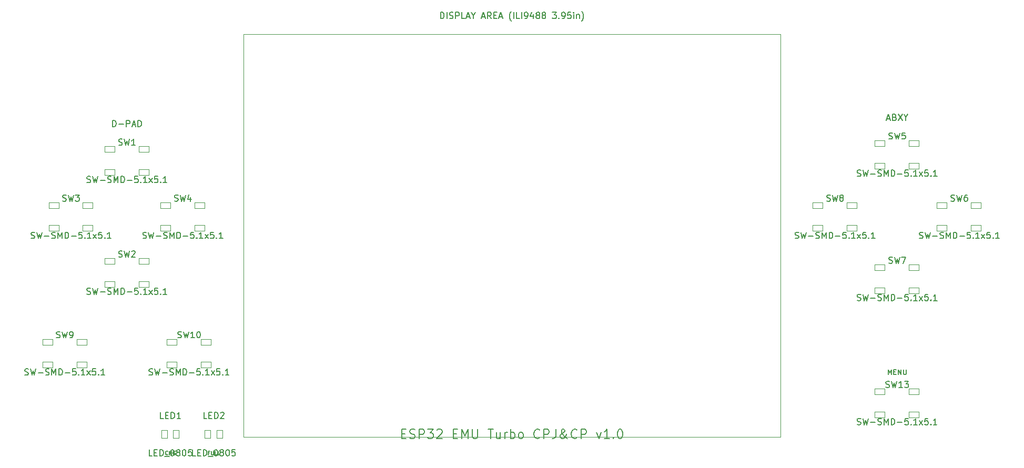
<source format=gto>
%TF.GenerationSoftware,KiCad,Pcbnew,9.99.0-5542-g9c1654c496*%
%TF.CreationDate,2026-02-20T10:53:52+00:00*%
%TF.ProjectId,esp32-emu-turbo,65737033-322d-4656-9d75-2d747572626f,rev?*%
%TF.SameCoordinates,Original*%
%TF.FileFunction,Legend,Top*%
%TF.FilePolarity,Positive*%
%FSLAX46Y46*%
G04 Gerber Fmt 4.6, Leading zero omitted, Abs format (unit mm)*
G04 Created by KiCad (PCBNEW 9.99.0-5542-g9c1654c496) date 2026-02-20 10:53:52*
%MOMM*%
%LPD*%
G01*
G04 APERTURE LIST*
G04 Aperture macros list*
%AMRoundRect*
0 Rectangle with rounded corners*
0 $1 Rounding radius*
0 $2 $3 $4 $5 $6 $7 $8 $9 X,Y pos of 4 corners*
0 Add a 4 corners polygon primitive as box body*
4,1,4,$2,$3,$4,$5,$6,$7,$8,$9,$2,$3,0*
0 Add four circle primitives for the rounded corners*
1,1,$1+$1,$2,$3*
1,1,$1+$1,$4,$5*
1,1,$1+$1,$6,$7*
1,1,$1+$1,$8,$9*
0 Add four rect primitives between the rounded corners*
20,1,$1+$1,$2,$3,$4,$5,0*
20,1,$1+$1,$4,$5,$6,$7,0*
20,1,$1+$1,$6,$7,$8,$9,0*
20,1,$1+$1,$8,$9,$2,$3,0*%
G04 Aperture macros list end*
%ADD10C,0.050000*%
%ADD11C,0.150000*%
%ADD12C,5.100000*%
%ADD13RoundRect,0.050000X-0.800000X-0.500000X0.800000X-0.500000X0.800000X0.500000X-0.800000X0.500000X0*%
%ADD14RoundRect,0.050000X-0.500000X-0.650000X0.500000X-0.650000X0.500000X0.650000X-0.500000X0.650000X0*%
%ADD15O,1.100000X1.900000*%
%ADD16C,1.600000*%
G04 APERTURE END LIST*
D10*
X36800000Y-3100000D02*
X123200000Y-3100000D01*
X36800000Y-67900000D02*
X36800000Y-3100000D01*
X123200000Y-3100000D02*
X123200000Y-67900000D01*
X123200000Y-67900000D02*
X36800000Y-67900000D01*
D11*
X24571429Y-70712628D02*
X24542857Y-70741200D01*
X24542857Y-70741200D02*
X24457143Y-70769771D01*
X24457143Y-70769771D02*
X24400000Y-70769771D01*
X24400000Y-70769771D02*
X24314286Y-70741200D01*
X24314286Y-70741200D02*
X24257143Y-70684057D01*
X24257143Y-70684057D02*
X24228572Y-70626914D01*
X24228572Y-70626914D02*
X24200000Y-70512628D01*
X24200000Y-70512628D02*
X24200000Y-70426914D01*
X24200000Y-70426914D02*
X24228572Y-70312628D01*
X24228572Y-70312628D02*
X24257143Y-70255485D01*
X24257143Y-70255485D02*
X24314286Y-70198342D01*
X24314286Y-70198342D02*
X24400000Y-70169771D01*
X24400000Y-70169771D02*
X24457143Y-70169771D01*
X24457143Y-70169771D02*
X24542857Y-70198342D01*
X24542857Y-70198342D02*
X24571429Y-70226914D01*
X24828572Y-70769771D02*
X24828572Y-70169771D01*
X24828572Y-70455485D02*
X25171429Y-70455485D01*
X25171429Y-70769771D02*
X25171429Y-70169771D01*
X25771428Y-70198342D02*
X25714286Y-70169771D01*
X25714286Y-70169771D02*
X25628571Y-70169771D01*
X25628571Y-70169771D02*
X25542857Y-70198342D01*
X25542857Y-70198342D02*
X25485714Y-70255485D01*
X25485714Y-70255485D02*
X25457143Y-70312628D01*
X25457143Y-70312628D02*
X25428571Y-70426914D01*
X25428571Y-70426914D02*
X25428571Y-70512628D01*
X25428571Y-70512628D02*
X25457143Y-70626914D01*
X25457143Y-70626914D02*
X25485714Y-70684057D01*
X25485714Y-70684057D02*
X25542857Y-70741200D01*
X25542857Y-70741200D02*
X25628571Y-70769771D01*
X25628571Y-70769771D02*
X25685714Y-70769771D01*
X25685714Y-70769771D02*
X25771428Y-70741200D01*
X25771428Y-70741200D02*
X25800000Y-70712628D01*
X25800000Y-70712628D02*
X25800000Y-70512628D01*
X25800000Y-70512628D02*
X25685714Y-70512628D01*
X31285715Y-70455485D02*
X31085715Y-70455485D01*
X31085715Y-70769771D02*
X31085715Y-70169771D01*
X31085715Y-70169771D02*
X31371429Y-70169771D01*
X31600001Y-70169771D02*
X31600001Y-70655485D01*
X31600001Y-70655485D02*
X31628572Y-70712628D01*
X31628572Y-70712628D02*
X31657144Y-70741200D01*
X31657144Y-70741200D02*
X31714286Y-70769771D01*
X31714286Y-70769771D02*
X31828572Y-70769771D01*
X31828572Y-70769771D02*
X31885715Y-70741200D01*
X31885715Y-70741200D02*
X31914286Y-70712628D01*
X31914286Y-70712628D02*
X31942858Y-70655485D01*
X31942858Y-70655485D02*
X31942858Y-70169771D01*
X32514286Y-70769771D02*
X32228572Y-70769771D01*
X32228572Y-70769771D02*
X32228572Y-70169771D01*
X33000000Y-70769771D02*
X32714286Y-70769771D01*
X32714286Y-70769771D02*
X32714286Y-70169771D01*
X140533333Y-57862295D02*
X140533333Y-57062295D01*
X140533333Y-57062295D02*
X140799999Y-57633723D01*
X140799999Y-57633723D02*
X141066666Y-57062295D01*
X141066666Y-57062295D02*
X141066666Y-57862295D01*
X141447619Y-57443247D02*
X141714285Y-57443247D01*
X141828571Y-57862295D02*
X141447619Y-57862295D01*
X141447619Y-57862295D02*
X141447619Y-57062295D01*
X141447619Y-57062295D02*
X141828571Y-57062295D01*
X142171429Y-57862295D02*
X142171429Y-57062295D01*
X142171429Y-57062295D02*
X142628572Y-57862295D01*
X142628572Y-57862295D02*
X142628572Y-57062295D01*
X143009524Y-57062295D02*
X143009524Y-57709914D01*
X143009524Y-57709914D02*
X143047619Y-57786104D01*
X143047619Y-57786104D02*
X143085714Y-57824200D01*
X143085714Y-57824200D02*
X143161905Y-57862295D01*
X143161905Y-57862295D02*
X143314286Y-57862295D01*
X143314286Y-57862295D02*
X143390476Y-57824200D01*
X143390476Y-57824200D02*
X143428571Y-57786104D01*
X143428571Y-57786104D02*
X143466667Y-57709914D01*
X143466667Y-57709914D02*
X143466667Y-57062295D01*
X15690476Y-17954819D02*
X15690476Y-16954819D01*
X15690476Y-16954819D02*
X15928571Y-16954819D01*
X15928571Y-16954819D02*
X16071428Y-17002438D01*
X16071428Y-17002438D02*
X16166666Y-17097676D01*
X16166666Y-17097676D02*
X16214285Y-17192914D01*
X16214285Y-17192914D02*
X16261904Y-17383390D01*
X16261904Y-17383390D02*
X16261904Y-17526247D01*
X16261904Y-17526247D02*
X16214285Y-17716723D01*
X16214285Y-17716723D02*
X16166666Y-17811961D01*
X16166666Y-17811961D02*
X16071428Y-17907200D01*
X16071428Y-17907200D02*
X15928571Y-17954819D01*
X15928571Y-17954819D02*
X15690476Y-17954819D01*
X16690476Y-17573866D02*
X17452381Y-17573866D01*
X17928571Y-17954819D02*
X17928571Y-16954819D01*
X17928571Y-16954819D02*
X18309523Y-16954819D01*
X18309523Y-16954819D02*
X18404761Y-17002438D01*
X18404761Y-17002438D02*
X18452380Y-17050057D01*
X18452380Y-17050057D02*
X18499999Y-17145295D01*
X18499999Y-17145295D02*
X18499999Y-17288152D01*
X18499999Y-17288152D02*
X18452380Y-17383390D01*
X18452380Y-17383390D02*
X18404761Y-17431009D01*
X18404761Y-17431009D02*
X18309523Y-17478628D01*
X18309523Y-17478628D02*
X17928571Y-17478628D01*
X18880952Y-17669104D02*
X19357142Y-17669104D01*
X18785714Y-17954819D02*
X19119047Y-16954819D01*
X19119047Y-16954819D02*
X19452380Y-17954819D01*
X19785714Y-17954819D02*
X19785714Y-16954819D01*
X19785714Y-16954819D02*
X20023809Y-16954819D01*
X20023809Y-16954819D02*
X20166666Y-17002438D01*
X20166666Y-17002438D02*
X20261904Y-17097676D01*
X20261904Y-17097676D02*
X20309523Y-17192914D01*
X20309523Y-17192914D02*
X20357142Y-17383390D01*
X20357142Y-17383390D02*
X20357142Y-17526247D01*
X20357142Y-17526247D02*
X20309523Y-17716723D01*
X20309523Y-17716723D02*
X20261904Y-17811961D01*
X20261904Y-17811961D02*
X20166666Y-17907200D01*
X20166666Y-17907200D02*
X20023809Y-17954819D01*
X20023809Y-17954819D02*
X19785714Y-17954819D01*
X68500000Y-554819D02*
X68500000Y445180D01*
X68500000Y445180D02*
X68738095Y445180D01*
X68738095Y445180D02*
X68880952Y397561D01*
X68880952Y397561D02*
X68976190Y302323D01*
X68976190Y302323D02*
X69023809Y207085D01*
X69023809Y207085D02*
X69071428Y16609D01*
X69071428Y16609D02*
X69071428Y-126247D01*
X69071428Y-126247D02*
X69023809Y-316723D01*
X69023809Y-316723D02*
X68976190Y-411961D01*
X68976190Y-411961D02*
X68880952Y-507200D01*
X68880952Y-507200D02*
X68738095Y-554819D01*
X68738095Y-554819D02*
X68500000Y-554819D01*
X69500000Y-554819D02*
X69500000Y445180D01*
X69928571Y-507200D02*
X70071428Y-554819D01*
X70071428Y-554819D02*
X70309523Y-554819D01*
X70309523Y-554819D02*
X70404761Y-507200D01*
X70404761Y-507200D02*
X70452380Y-459580D01*
X70452380Y-459580D02*
X70499999Y-364342D01*
X70499999Y-364342D02*
X70499999Y-269104D01*
X70499999Y-269104D02*
X70452380Y-173866D01*
X70452380Y-173866D02*
X70404761Y-126247D01*
X70404761Y-126247D02*
X70309523Y-78628D01*
X70309523Y-78628D02*
X70119047Y-31009D01*
X70119047Y-31009D02*
X70023809Y16609D01*
X70023809Y16609D02*
X69976190Y64228D01*
X69976190Y64228D02*
X69928571Y159466D01*
X69928571Y159466D02*
X69928571Y254704D01*
X69928571Y254704D02*
X69976190Y349942D01*
X69976190Y349942D02*
X70023809Y397561D01*
X70023809Y397561D02*
X70119047Y445180D01*
X70119047Y445180D02*
X70357142Y445180D01*
X70357142Y445180D02*
X70499999Y397561D01*
X70928571Y-554819D02*
X70928571Y445180D01*
X70928571Y445180D02*
X71309523Y445180D01*
X71309523Y445180D02*
X71404761Y397561D01*
X71404761Y397561D02*
X71452380Y349942D01*
X71452380Y349942D02*
X71499999Y254704D01*
X71499999Y254704D02*
X71499999Y111847D01*
X71499999Y111847D02*
X71452380Y16609D01*
X71452380Y16609D02*
X71404761Y-31009D01*
X71404761Y-31009D02*
X71309523Y-78628D01*
X71309523Y-78628D02*
X70928571Y-78628D01*
X72404761Y-554819D02*
X71928571Y-554819D01*
X71928571Y-554819D02*
X71928571Y445180D01*
X72690476Y-269104D02*
X73166666Y-269104D01*
X72595238Y-554819D02*
X72928571Y445180D01*
X72928571Y445180D02*
X73261904Y-554819D01*
X73785714Y-78628D02*
X73785714Y-554819D01*
X73452381Y445180D02*
X73785714Y-78628D01*
X73785714Y-78628D02*
X74119047Y445180D01*
X75166667Y-269104D02*
X75642857Y-269104D01*
X75071429Y-554819D02*
X75404762Y445180D01*
X75404762Y445180D02*
X75738095Y-554819D01*
X76642857Y-554819D02*
X76309524Y-78628D01*
X76071429Y-554819D02*
X76071429Y445180D01*
X76071429Y445180D02*
X76452381Y445180D01*
X76452381Y445180D02*
X76547619Y397561D01*
X76547619Y397561D02*
X76595238Y349942D01*
X76595238Y349942D02*
X76642857Y254704D01*
X76642857Y254704D02*
X76642857Y111847D01*
X76642857Y111847D02*
X76595238Y16609D01*
X76595238Y16609D02*
X76547619Y-31009D01*
X76547619Y-31009D02*
X76452381Y-78628D01*
X76452381Y-78628D02*
X76071429Y-78628D01*
X77071429Y-31009D02*
X77404762Y-31009D01*
X77547619Y-554819D02*
X77071429Y-554819D01*
X77071429Y-554819D02*
X77071429Y445180D01*
X77071429Y445180D02*
X77547619Y445180D01*
X77928572Y-269104D02*
X78404762Y-269104D01*
X77833334Y-554819D02*
X78166667Y445180D01*
X78166667Y445180D02*
X78500000Y-554819D01*
X79880953Y-935771D02*
X79833334Y-888152D01*
X79833334Y-888152D02*
X79738096Y-745295D01*
X79738096Y-745295D02*
X79690477Y-650057D01*
X79690477Y-650057D02*
X79642858Y-507200D01*
X79642858Y-507200D02*
X79595239Y-269104D01*
X79595239Y-269104D02*
X79595239Y-78628D01*
X79595239Y-78628D02*
X79642858Y159466D01*
X79642858Y159466D02*
X79690477Y302323D01*
X79690477Y302323D02*
X79738096Y397561D01*
X79738096Y397561D02*
X79833334Y540419D01*
X79833334Y540419D02*
X79880953Y588038D01*
X80261906Y-554819D02*
X80261906Y445180D01*
X81214286Y-554819D02*
X80738096Y-554819D01*
X80738096Y-554819D02*
X80738096Y445180D01*
X81547620Y-554819D02*
X81547620Y445180D01*
X82071429Y-554819D02*
X82261905Y-554819D01*
X82261905Y-554819D02*
X82357143Y-507200D01*
X82357143Y-507200D02*
X82404762Y-459580D01*
X82404762Y-459580D02*
X82500000Y-316723D01*
X82500000Y-316723D02*
X82547619Y-126247D01*
X82547619Y-126247D02*
X82547619Y254704D01*
X82547619Y254704D02*
X82500000Y349942D01*
X82500000Y349942D02*
X82452381Y397561D01*
X82452381Y397561D02*
X82357143Y445180D01*
X82357143Y445180D02*
X82166667Y445180D01*
X82166667Y445180D02*
X82071429Y397561D01*
X82071429Y397561D02*
X82023810Y349942D01*
X82023810Y349942D02*
X81976191Y254704D01*
X81976191Y254704D02*
X81976191Y16609D01*
X81976191Y16609D02*
X82023810Y-78628D01*
X82023810Y-78628D02*
X82071429Y-126247D01*
X82071429Y-126247D02*
X82166667Y-173866D01*
X82166667Y-173866D02*
X82357143Y-173866D01*
X82357143Y-173866D02*
X82452381Y-126247D01*
X82452381Y-126247D02*
X82500000Y-78628D01*
X82500000Y-78628D02*
X82547619Y16609D01*
X83404762Y111847D02*
X83404762Y-554819D01*
X83166667Y492800D02*
X82928572Y-221485D01*
X82928572Y-221485D02*
X83547619Y-221485D01*
X84071429Y16609D02*
X83976191Y64228D01*
X83976191Y64228D02*
X83928572Y111847D01*
X83928572Y111847D02*
X83880953Y207085D01*
X83880953Y207085D02*
X83880953Y254704D01*
X83880953Y254704D02*
X83928572Y349942D01*
X83928572Y349942D02*
X83976191Y397561D01*
X83976191Y397561D02*
X84071429Y445180D01*
X84071429Y445180D02*
X84261905Y445180D01*
X84261905Y445180D02*
X84357143Y397561D01*
X84357143Y397561D02*
X84404762Y349942D01*
X84404762Y349942D02*
X84452381Y254704D01*
X84452381Y254704D02*
X84452381Y207085D01*
X84452381Y207085D02*
X84404762Y111847D01*
X84404762Y111847D02*
X84357143Y64228D01*
X84357143Y64228D02*
X84261905Y16609D01*
X84261905Y16609D02*
X84071429Y16609D01*
X84071429Y16609D02*
X83976191Y-31009D01*
X83976191Y-31009D02*
X83928572Y-78628D01*
X83928572Y-78628D02*
X83880953Y-173866D01*
X83880953Y-173866D02*
X83880953Y-364342D01*
X83880953Y-364342D02*
X83928572Y-459580D01*
X83928572Y-459580D02*
X83976191Y-507200D01*
X83976191Y-507200D02*
X84071429Y-554819D01*
X84071429Y-554819D02*
X84261905Y-554819D01*
X84261905Y-554819D02*
X84357143Y-507200D01*
X84357143Y-507200D02*
X84404762Y-459580D01*
X84404762Y-459580D02*
X84452381Y-364342D01*
X84452381Y-364342D02*
X84452381Y-173866D01*
X84452381Y-173866D02*
X84404762Y-78628D01*
X84404762Y-78628D02*
X84357143Y-31009D01*
X84357143Y-31009D02*
X84261905Y16609D01*
X85023810Y16609D02*
X84928572Y64228D01*
X84928572Y64228D02*
X84880953Y111847D01*
X84880953Y111847D02*
X84833334Y207085D01*
X84833334Y207085D02*
X84833334Y254704D01*
X84833334Y254704D02*
X84880953Y349942D01*
X84880953Y349942D02*
X84928572Y397561D01*
X84928572Y397561D02*
X85023810Y445180D01*
X85023810Y445180D02*
X85214286Y445180D01*
X85214286Y445180D02*
X85309524Y397561D01*
X85309524Y397561D02*
X85357143Y349942D01*
X85357143Y349942D02*
X85404762Y254704D01*
X85404762Y254704D02*
X85404762Y207085D01*
X85404762Y207085D02*
X85357143Y111847D01*
X85357143Y111847D02*
X85309524Y64228D01*
X85309524Y64228D02*
X85214286Y16609D01*
X85214286Y16609D02*
X85023810Y16609D01*
X85023810Y16609D02*
X84928572Y-31009D01*
X84928572Y-31009D02*
X84880953Y-78628D01*
X84880953Y-78628D02*
X84833334Y-173866D01*
X84833334Y-173866D02*
X84833334Y-364342D01*
X84833334Y-364342D02*
X84880953Y-459580D01*
X84880953Y-459580D02*
X84928572Y-507200D01*
X84928572Y-507200D02*
X85023810Y-554819D01*
X85023810Y-554819D02*
X85214286Y-554819D01*
X85214286Y-554819D02*
X85309524Y-507200D01*
X85309524Y-507200D02*
X85357143Y-459580D01*
X85357143Y-459580D02*
X85404762Y-364342D01*
X85404762Y-364342D02*
X85404762Y-173866D01*
X85404762Y-173866D02*
X85357143Y-78628D01*
X85357143Y-78628D02*
X85309524Y-31009D01*
X85309524Y-31009D02*
X85214286Y16609D01*
X86500001Y445180D02*
X87119048Y445180D01*
X87119048Y445180D02*
X86785715Y64228D01*
X86785715Y64228D02*
X86928572Y64228D01*
X86928572Y64228D02*
X87023810Y16609D01*
X87023810Y16609D02*
X87071429Y-31009D01*
X87071429Y-31009D02*
X87119048Y-126247D01*
X87119048Y-126247D02*
X87119048Y-364342D01*
X87119048Y-364342D02*
X87071429Y-459580D01*
X87071429Y-459580D02*
X87023810Y-507200D01*
X87023810Y-507200D02*
X86928572Y-554819D01*
X86928572Y-554819D02*
X86642858Y-554819D01*
X86642858Y-554819D02*
X86547620Y-507200D01*
X86547620Y-507200D02*
X86500001Y-459580D01*
X87547620Y-459580D02*
X87595239Y-507200D01*
X87595239Y-507200D02*
X87547620Y-554819D01*
X87547620Y-554819D02*
X87500001Y-507200D01*
X87500001Y-507200D02*
X87547620Y-459580D01*
X87547620Y-459580D02*
X87547620Y-554819D01*
X88071429Y-554819D02*
X88261905Y-554819D01*
X88261905Y-554819D02*
X88357143Y-507200D01*
X88357143Y-507200D02*
X88404762Y-459580D01*
X88404762Y-459580D02*
X88500000Y-316723D01*
X88500000Y-316723D02*
X88547619Y-126247D01*
X88547619Y-126247D02*
X88547619Y254704D01*
X88547619Y254704D02*
X88500000Y349942D01*
X88500000Y349942D02*
X88452381Y397561D01*
X88452381Y397561D02*
X88357143Y445180D01*
X88357143Y445180D02*
X88166667Y445180D01*
X88166667Y445180D02*
X88071429Y397561D01*
X88071429Y397561D02*
X88023810Y349942D01*
X88023810Y349942D02*
X87976191Y254704D01*
X87976191Y254704D02*
X87976191Y16609D01*
X87976191Y16609D02*
X88023810Y-78628D01*
X88023810Y-78628D02*
X88071429Y-126247D01*
X88071429Y-126247D02*
X88166667Y-173866D01*
X88166667Y-173866D02*
X88357143Y-173866D01*
X88357143Y-173866D02*
X88452381Y-126247D01*
X88452381Y-126247D02*
X88500000Y-78628D01*
X88500000Y-78628D02*
X88547619Y16609D01*
X89452381Y445180D02*
X88976191Y445180D01*
X88976191Y445180D02*
X88928572Y-31009D01*
X88928572Y-31009D02*
X88976191Y16609D01*
X88976191Y16609D02*
X89071429Y64228D01*
X89071429Y64228D02*
X89309524Y64228D01*
X89309524Y64228D02*
X89404762Y16609D01*
X89404762Y16609D02*
X89452381Y-31009D01*
X89452381Y-31009D02*
X89500000Y-126247D01*
X89500000Y-126247D02*
X89500000Y-364342D01*
X89500000Y-364342D02*
X89452381Y-459580D01*
X89452381Y-459580D02*
X89404762Y-507200D01*
X89404762Y-507200D02*
X89309524Y-554819D01*
X89309524Y-554819D02*
X89071429Y-554819D01*
X89071429Y-554819D02*
X88976191Y-507200D01*
X88976191Y-507200D02*
X88928572Y-459580D01*
X89928572Y-554819D02*
X89928572Y111847D01*
X89928572Y445180D02*
X89880953Y397561D01*
X89880953Y397561D02*
X89928572Y349942D01*
X89928572Y349942D02*
X89976191Y397561D01*
X89976191Y397561D02*
X89928572Y445180D01*
X89928572Y445180D02*
X89928572Y349942D01*
X90404762Y111847D02*
X90404762Y-554819D01*
X90404762Y16609D02*
X90452381Y64228D01*
X90452381Y64228D02*
X90547619Y111847D01*
X90547619Y111847D02*
X90690476Y111847D01*
X90690476Y111847D02*
X90785714Y64228D01*
X90785714Y64228D02*
X90833333Y-31009D01*
X90833333Y-31009D02*
X90833333Y-554819D01*
X91214286Y-935771D02*
X91261905Y-888152D01*
X91261905Y-888152D02*
X91357143Y-745295D01*
X91357143Y-745295D02*
X91404762Y-650057D01*
X91404762Y-650057D02*
X91452381Y-507200D01*
X91452381Y-507200D02*
X91500000Y-269104D01*
X91500000Y-269104D02*
X91500000Y-78628D01*
X91500000Y-78628D02*
X91452381Y159466D01*
X91452381Y159466D02*
X91404762Y302323D01*
X91404762Y302323D02*
X91357143Y397561D01*
X91357143Y397561D02*
X91261905Y540419D01*
X91261905Y540419D02*
X91214286Y588038D01*
X140357143Y-16669104D02*
X140833333Y-16669104D01*
X140261905Y-16954819D02*
X140595238Y-15954819D01*
X140595238Y-15954819D02*
X140928571Y-16954819D01*
X141595238Y-16431009D02*
X141738095Y-16478628D01*
X141738095Y-16478628D02*
X141785714Y-16526247D01*
X141785714Y-16526247D02*
X141833333Y-16621485D01*
X141833333Y-16621485D02*
X141833333Y-16764342D01*
X141833333Y-16764342D02*
X141785714Y-16859580D01*
X141785714Y-16859580D02*
X141738095Y-16907200D01*
X141738095Y-16907200D02*
X141642857Y-16954819D01*
X141642857Y-16954819D02*
X141261905Y-16954819D01*
X141261905Y-16954819D02*
X141261905Y-15954819D01*
X141261905Y-15954819D02*
X141595238Y-15954819D01*
X141595238Y-15954819D02*
X141690476Y-16002438D01*
X141690476Y-16002438D02*
X141738095Y-16050057D01*
X141738095Y-16050057D02*
X141785714Y-16145295D01*
X141785714Y-16145295D02*
X141785714Y-16240533D01*
X141785714Y-16240533D02*
X141738095Y-16335771D01*
X141738095Y-16335771D02*
X141690476Y-16383390D01*
X141690476Y-16383390D02*
X141595238Y-16431009D01*
X141595238Y-16431009D02*
X141261905Y-16431009D01*
X142166667Y-15954819D02*
X142833333Y-16954819D01*
X142833333Y-15954819D02*
X142166667Y-16954819D01*
X143404762Y-16478628D02*
X143404762Y-16954819D01*
X143071429Y-15954819D02*
X143404762Y-16478628D01*
X143404762Y-16478628D02*
X143738095Y-15954819D01*
X62250000Y-67400414D02*
X62750000Y-67400414D01*
X62964286Y-68186128D02*
X62250000Y-68186128D01*
X62250000Y-68186128D02*
X62250000Y-66686128D01*
X62250000Y-66686128D02*
X62964286Y-66686128D01*
X63535715Y-68114700D02*
X63750001Y-68186128D01*
X63750001Y-68186128D02*
X64107143Y-68186128D01*
X64107143Y-68186128D02*
X64250001Y-68114700D01*
X64250001Y-68114700D02*
X64321429Y-68043271D01*
X64321429Y-68043271D02*
X64392858Y-67900414D01*
X64392858Y-67900414D02*
X64392858Y-67757557D01*
X64392858Y-67757557D02*
X64321429Y-67614700D01*
X64321429Y-67614700D02*
X64250001Y-67543271D01*
X64250001Y-67543271D02*
X64107143Y-67471842D01*
X64107143Y-67471842D02*
X63821429Y-67400414D01*
X63821429Y-67400414D02*
X63678572Y-67328985D01*
X63678572Y-67328985D02*
X63607143Y-67257557D01*
X63607143Y-67257557D02*
X63535715Y-67114700D01*
X63535715Y-67114700D02*
X63535715Y-66971842D01*
X63535715Y-66971842D02*
X63607143Y-66828985D01*
X63607143Y-66828985D02*
X63678572Y-66757557D01*
X63678572Y-66757557D02*
X63821429Y-66686128D01*
X63821429Y-66686128D02*
X64178572Y-66686128D01*
X64178572Y-66686128D02*
X64392858Y-66757557D01*
X65035714Y-68186128D02*
X65035714Y-66686128D01*
X65035714Y-66686128D02*
X65607143Y-66686128D01*
X65607143Y-66686128D02*
X65750000Y-66757557D01*
X65750000Y-66757557D02*
X65821429Y-66828985D01*
X65821429Y-66828985D02*
X65892857Y-66971842D01*
X65892857Y-66971842D02*
X65892857Y-67186128D01*
X65892857Y-67186128D02*
X65821429Y-67328985D01*
X65821429Y-67328985D02*
X65750000Y-67400414D01*
X65750000Y-67400414D02*
X65607143Y-67471842D01*
X65607143Y-67471842D02*
X65035714Y-67471842D01*
X66392857Y-66686128D02*
X67321429Y-66686128D01*
X67321429Y-66686128D02*
X66821429Y-67257557D01*
X66821429Y-67257557D02*
X67035714Y-67257557D01*
X67035714Y-67257557D02*
X67178572Y-67328985D01*
X67178572Y-67328985D02*
X67250000Y-67400414D01*
X67250000Y-67400414D02*
X67321429Y-67543271D01*
X67321429Y-67543271D02*
X67321429Y-67900414D01*
X67321429Y-67900414D02*
X67250000Y-68043271D01*
X67250000Y-68043271D02*
X67178572Y-68114700D01*
X67178572Y-68114700D02*
X67035714Y-68186128D01*
X67035714Y-68186128D02*
X66607143Y-68186128D01*
X66607143Y-68186128D02*
X66464286Y-68114700D01*
X66464286Y-68114700D02*
X66392857Y-68043271D01*
X67892857Y-66828985D02*
X67964285Y-66757557D01*
X67964285Y-66757557D02*
X68107143Y-66686128D01*
X68107143Y-66686128D02*
X68464285Y-66686128D01*
X68464285Y-66686128D02*
X68607143Y-66757557D01*
X68607143Y-66757557D02*
X68678571Y-66828985D01*
X68678571Y-66828985D02*
X68750000Y-66971842D01*
X68750000Y-66971842D02*
X68750000Y-67114700D01*
X68750000Y-67114700D02*
X68678571Y-67328985D01*
X68678571Y-67328985D02*
X67821428Y-68186128D01*
X67821428Y-68186128D02*
X68750000Y-68186128D01*
X70535713Y-67400414D02*
X71035713Y-67400414D01*
X71249999Y-68186128D02*
X70535713Y-68186128D01*
X70535713Y-68186128D02*
X70535713Y-66686128D01*
X70535713Y-66686128D02*
X71249999Y-66686128D01*
X71892856Y-68186128D02*
X71892856Y-66686128D01*
X71892856Y-66686128D02*
X72392856Y-67757557D01*
X72392856Y-67757557D02*
X72892856Y-66686128D01*
X72892856Y-66686128D02*
X72892856Y-68186128D01*
X73607142Y-66686128D02*
X73607142Y-67900414D01*
X73607142Y-67900414D02*
X73678571Y-68043271D01*
X73678571Y-68043271D02*
X73750000Y-68114700D01*
X73750000Y-68114700D02*
X73892857Y-68186128D01*
X73892857Y-68186128D02*
X74178571Y-68186128D01*
X74178571Y-68186128D02*
X74321428Y-68114700D01*
X74321428Y-68114700D02*
X74392857Y-68043271D01*
X74392857Y-68043271D02*
X74464285Y-67900414D01*
X74464285Y-67900414D02*
X74464285Y-66686128D01*
X76107143Y-66686128D02*
X76964286Y-66686128D01*
X76535714Y-68186128D02*
X76535714Y-66686128D01*
X78107143Y-67186128D02*
X78107143Y-68186128D01*
X77464285Y-67186128D02*
X77464285Y-67971842D01*
X77464285Y-67971842D02*
X77535714Y-68114700D01*
X77535714Y-68114700D02*
X77678571Y-68186128D01*
X77678571Y-68186128D02*
X77892857Y-68186128D01*
X77892857Y-68186128D02*
X78035714Y-68114700D01*
X78035714Y-68114700D02*
X78107143Y-68043271D01*
X78821428Y-68186128D02*
X78821428Y-67186128D01*
X78821428Y-67471842D02*
X78892857Y-67328985D01*
X78892857Y-67328985D02*
X78964286Y-67257557D01*
X78964286Y-67257557D02*
X79107143Y-67186128D01*
X79107143Y-67186128D02*
X79250000Y-67186128D01*
X79749999Y-68186128D02*
X79749999Y-66686128D01*
X79749999Y-67257557D02*
X79892857Y-67186128D01*
X79892857Y-67186128D02*
X80178571Y-67186128D01*
X80178571Y-67186128D02*
X80321428Y-67257557D01*
X80321428Y-67257557D02*
X80392857Y-67328985D01*
X80392857Y-67328985D02*
X80464285Y-67471842D01*
X80464285Y-67471842D02*
X80464285Y-67900414D01*
X80464285Y-67900414D02*
X80392857Y-68043271D01*
X80392857Y-68043271D02*
X80321428Y-68114700D01*
X80321428Y-68114700D02*
X80178571Y-68186128D01*
X80178571Y-68186128D02*
X79892857Y-68186128D01*
X79892857Y-68186128D02*
X79749999Y-68114700D01*
X81321428Y-68186128D02*
X81178571Y-68114700D01*
X81178571Y-68114700D02*
X81107142Y-68043271D01*
X81107142Y-68043271D02*
X81035714Y-67900414D01*
X81035714Y-67900414D02*
X81035714Y-67471842D01*
X81035714Y-67471842D02*
X81107142Y-67328985D01*
X81107142Y-67328985D02*
X81178571Y-67257557D01*
X81178571Y-67257557D02*
X81321428Y-67186128D01*
X81321428Y-67186128D02*
X81535714Y-67186128D01*
X81535714Y-67186128D02*
X81678571Y-67257557D01*
X81678571Y-67257557D02*
X81750000Y-67328985D01*
X81750000Y-67328985D02*
X81821428Y-67471842D01*
X81821428Y-67471842D02*
X81821428Y-67900414D01*
X81821428Y-67900414D02*
X81750000Y-68043271D01*
X81750000Y-68043271D02*
X81678571Y-68114700D01*
X81678571Y-68114700D02*
X81535714Y-68186128D01*
X81535714Y-68186128D02*
X81321428Y-68186128D01*
X84464285Y-68043271D02*
X84392857Y-68114700D01*
X84392857Y-68114700D02*
X84178571Y-68186128D01*
X84178571Y-68186128D02*
X84035714Y-68186128D01*
X84035714Y-68186128D02*
X83821428Y-68114700D01*
X83821428Y-68114700D02*
X83678571Y-67971842D01*
X83678571Y-67971842D02*
X83607142Y-67828985D01*
X83607142Y-67828985D02*
X83535714Y-67543271D01*
X83535714Y-67543271D02*
X83535714Y-67328985D01*
X83535714Y-67328985D02*
X83607142Y-67043271D01*
X83607142Y-67043271D02*
X83678571Y-66900414D01*
X83678571Y-66900414D02*
X83821428Y-66757557D01*
X83821428Y-66757557D02*
X84035714Y-66686128D01*
X84035714Y-66686128D02*
X84178571Y-66686128D01*
X84178571Y-66686128D02*
X84392857Y-66757557D01*
X84392857Y-66757557D02*
X84464285Y-66828985D01*
X85107142Y-68186128D02*
X85107142Y-66686128D01*
X85107142Y-66686128D02*
X85678571Y-66686128D01*
X85678571Y-66686128D02*
X85821428Y-66757557D01*
X85821428Y-66757557D02*
X85892857Y-66828985D01*
X85892857Y-66828985D02*
X85964285Y-66971842D01*
X85964285Y-66971842D02*
X85964285Y-67186128D01*
X85964285Y-67186128D02*
X85892857Y-67328985D01*
X85892857Y-67328985D02*
X85821428Y-67400414D01*
X85821428Y-67400414D02*
X85678571Y-67471842D01*
X85678571Y-67471842D02*
X85107142Y-67471842D01*
X87035714Y-66686128D02*
X87035714Y-67757557D01*
X87035714Y-67757557D02*
X86964285Y-67971842D01*
X86964285Y-67971842D02*
X86821428Y-68114700D01*
X86821428Y-68114700D02*
X86607142Y-68186128D01*
X86607142Y-68186128D02*
X86464285Y-68186128D01*
X88964285Y-68186128D02*
X88892857Y-68186128D01*
X88892857Y-68186128D02*
X88749999Y-68114700D01*
X88749999Y-68114700D02*
X88535714Y-67900414D01*
X88535714Y-67900414D02*
X88178571Y-67471842D01*
X88178571Y-67471842D02*
X88035714Y-67257557D01*
X88035714Y-67257557D02*
X87964285Y-67043271D01*
X87964285Y-67043271D02*
X87964285Y-66900414D01*
X87964285Y-66900414D02*
X88035714Y-66757557D01*
X88035714Y-66757557D02*
X88178571Y-66686128D01*
X88178571Y-66686128D02*
X88249999Y-66686128D01*
X88249999Y-66686128D02*
X88392857Y-66757557D01*
X88392857Y-66757557D02*
X88464285Y-66900414D01*
X88464285Y-66900414D02*
X88464285Y-66971842D01*
X88464285Y-66971842D02*
X88392857Y-67114700D01*
X88392857Y-67114700D02*
X88321428Y-67186128D01*
X88321428Y-67186128D02*
X87892857Y-67471842D01*
X87892857Y-67471842D02*
X87821428Y-67543271D01*
X87821428Y-67543271D02*
X87749999Y-67686128D01*
X87749999Y-67686128D02*
X87749999Y-67900414D01*
X87749999Y-67900414D02*
X87821428Y-68043271D01*
X87821428Y-68043271D02*
X87892857Y-68114700D01*
X87892857Y-68114700D02*
X88035714Y-68186128D01*
X88035714Y-68186128D02*
X88249999Y-68186128D01*
X88249999Y-68186128D02*
X88392857Y-68114700D01*
X88392857Y-68114700D02*
X88464285Y-68043271D01*
X88464285Y-68043271D02*
X88678571Y-67757557D01*
X88678571Y-67757557D02*
X88749999Y-67543271D01*
X88749999Y-67543271D02*
X88749999Y-67400414D01*
X90464285Y-68043271D02*
X90392857Y-68114700D01*
X90392857Y-68114700D02*
X90178571Y-68186128D01*
X90178571Y-68186128D02*
X90035714Y-68186128D01*
X90035714Y-68186128D02*
X89821428Y-68114700D01*
X89821428Y-68114700D02*
X89678571Y-67971842D01*
X89678571Y-67971842D02*
X89607142Y-67828985D01*
X89607142Y-67828985D02*
X89535714Y-67543271D01*
X89535714Y-67543271D02*
X89535714Y-67328985D01*
X89535714Y-67328985D02*
X89607142Y-67043271D01*
X89607142Y-67043271D02*
X89678571Y-66900414D01*
X89678571Y-66900414D02*
X89821428Y-66757557D01*
X89821428Y-66757557D02*
X90035714Y-66686128D01*
X90035714Y-66686128D02*
X90178571Y-66686128D01*
X90178571Y-66686128D02*
X90392857Y-66757557D01*
X90392857Y-66757557D02*
X90464285Y-66828985D01*
X91107142Y-68186128D02*
X91107142Y-66686128D01*
X91107142Y-66686128D02*
X91678571Y-66686128D01*
X91678571Y-66686128D02*
X91821428Y-66757557D01*
X91821428Y-66757557D02*
X91892857Y-66828985D01*
X91892857Y-66828985D02*
X91964285Y-66971842D01*
X91964285Y-66971842D02*
X91964285Y-67186128D01*
X91964285Y-67186128D02*
X91892857Y-67328985D01*
X91892857Y-67328985D02*
X91821428Y-67400414D01*
X91821428Y-67400414D02*
X91678571Y-67471842D01*
X91678571Y-67471842D02*
X91107142Y-67471842D01*
X93607142Y-67186128D02*
X93964285Y-68186128D01*
X93964285Y-68186128D02*
X94321428Y-67186128D01*
X95678571Y-68186128D02*
X94821428Y-68186128D01*
X95249999Y-68186128D02*
X95249999Y-66686128D01*
X95249999Y-66686128D02*
X95107142Y-66900414D01*
X95107142Y-66900414D02*
X94964285Y-67043271D01*
X94964285Y-67043271D02*
X94821428Y-67114700D01*
X96321427Y-68043271D02*
X96392856Y-68114700D01*
X96392856Y-68114700D02*
X96321427Y-68186128D01*
X96321427Y-68186128D02*
X96249999Y-68114700D01*
X96249999Y-68114700D02*
X96321427Y-68043271D01*
X96321427Y-68043271D02*
X96321427Y-68186128D01*
X97321428Y-66686128D02*
X97464285Y-66686128D01*
X97464285Y-66686128D02*
X97607142Y-66757557D01*
X97607142Y-66757557D02*
X97678571Y-66828985D01*
X97678571Y-66828985D02*
X97749999Y-66971842D01*
X97749999Y-66971842D02*
X97821428Y-67257557D01*
X97821428Y-67257557D02*
X97821428Y-67614700D01*
X97821428Y-67614700D02*
X97749999Y-67900414D01*
X97749999Y-67900414D02*
X97678571Y-68043271D01*
X97678571Y-68043271D02*
X97607142Y-68114700D01*
X97607142Y-68114700D02*
X97464285Y-68186128D01*
X97464285Y-68186128D02*
X97321428Y-68186128D01*
X97321428Y-68186128D02*
X97178571Y-68114700D01*
X97178571Y-68114700D02*
X97107142Y-68043271D01*
X97107142Y-68043271D02*
X97035713Y-67900414D01*
X97035713Y-67900414D02*
X96964285Y-67614700D01*
X96964285Y-67614700D02*
X96964285Y-67257557D01*
X96964285Y-67257557D02*
X97035713Y-66971842D01*
X97035713Y-66971842D02*
X97107142Y-66828985D01*
X97107142Y-66828985D02*
X97178571Y-66757557D01*
X97178571Y-66757557D02*
X97321428Y-66686128D01*
X16666667Y-20907200D02*
X16809524Y-20954819D01*
X16809524Y-20954819D02*
X17047619Y-20954819D01*
X17047619Y-20954819D02*
X17142857Y-20907200D01*
X17142857Y-20907200D02*
X17190476Y-20859580D01*
X17190476Y-20859580D02*
X17238095Y-20764342D01*
X17238095Y-20764342D02*
X17238095Y-20669104D01*
X17238095Y-20669104D02*
X17190476Y-20573866D01*
X17190476Y-20573866D02*
X17142857Y-20526247D01*
X17142857Y-20526247D02*
X17047619Y-20478628D01*
X17047619Y-20478628D02*
X16857143Y-20431009D01*
X16857143Y-20431009D02*
X16761905Y-20383390D01*
X16761905Y-20383390D02*
X16714286Y-20335771D01*
X16714286Y-20335771D02*
X16666667Y-20240533D01*
X16666667Y-20240533D02*
X16666667Y-20145295D01*
X16666667Y-20145295D02*
X16714286Y-20050057D01*
X16714286Y-20050057D02*
X16761905Y-20002438D01*
X16761905Y-20002438D02*
X16857143Y-19954819D01*
X16857143Y-19954819D02*
X17095238Y-19954819D01*
X17095238Y-19954819D02*
X17238095Y-20002438D01*
X17571429Y-19954819D02*
X17809524Y-20954819D01*
X17809524Y-20954819D02*
X18000000Y-20240533D01*
X18000000Y-20240533D02*
X18190476Y-20954819D01*
X18190476Y-20954819D02*
X18428572Y-19954819D01*
X19333333Y-20954819D02*
X18761905Y-20954819D01*
X19047619Y-20954819D02*
X19047619Y-19954819D01*
X19047619Y-19954819D02*
X18952381Y-20097676D01*
X18952381Y-20097676D02*
X18857143Y-20192914D01*
X18857143Y-20192914D02*
X18761905Y-20240533D01*
X11571429Y-26907200D02*
X11714286Y-26954819D01*
X11714286Y-26954819D02*
X11952381Y-26954819D01*
X11952381Y-26954819D02*
X12047619Y-26907200D01*
X12047619Y-26907200D02*
X12095238Y-26859580D01*
X12095238Y-26859580D02*
X12142857Y-26764342D01*
X12142857Y-26764342D02*
X12142857Y-26669104D01*
X12142857Y-26669104D02*
X12095238Y-26573866D01*
X12095238Y-26573866D02*
X12047619Y-26526247D01*
X12047619Y-26526247D02*
X11952381Y-26478628D01*
X11952381Y-26478628D02*
X11761905Y-26431009D01*
X11761905Y-26431009D02*
X11666667Y-26383390D01*
X11666667Y-26383390D02*
X11619048Y-26335771D01*
X11619048Y-26335771D02*
X11571429Y-26240533D01*
X11571429Y-26240533D02*
X11571429Y-26145295D01*
X11571429Y-26145295D02*
X11619048Y-26050057D01*
X11619048Y-26050057D02*
X11666667Y-26002438D01*
X11666667Y-26002438D02*
X11761905Y-25954819D01*
X11761905Y-25954819D02*
X12000000Y-25954819D01*
X12000000Y-25954819D02*
X12142857Y-26002438D01*
X12476191Y-25954819D02*
X12714286Y-26954819D01*
X12714286Y-26954819D02*
X12904762Y-26240533D01*
X12904762Y-26240533D02*
X13095238Y-26954819D01*
X13095238Y-26954819D02*
X13333334Y-25954819D01*
X13714286Y-26573866D02*
X14476191Y-26573866D01*
X14904762Y-26907200D02*
X15047619Y-26954819D01*
X15047619Y-26954819D02*
X15285714Y-26954819D01*
X15285714Y-26954819D02*
X15380952Y-26907200D01*
X15380952Y-26907200D02*
X15428571Y-26859580D01*
X15428571Y-26859580D02*
X15476190Y-26764342D01*
X15476190Y-26764342D02*
X15476190Y-26669104D01*
X15476190Y-26669104D02*
X15428571Y-26573866D01*
X15428571Y-26573866D02*
X15380952Y-26526247D01*
X15380952Y-26526247D02*
X15285714Y-26478628D01*
X15285714Y-26478628D02*
X15095238Y-26431009D01*
X15095238Y-26431009D02*
X15000000Y-26383390D01*
X15000000Y-26383390D02*
X14952381Y-26335771D01*
X14952381Y-26335771D02*
X14904762Y-26240533D01*
X14904762Y-26240533D02*
X14904762Y-26145295D01*
X14904762Y-26145295D02*
X14952381Y-26050057D01*
X14952381Y-26050057D02*
X15000000Y-26002438D01*
X15000000Y-26002438D02*
X15095238Y-25954819D01*
X15095238Y-25954819D02*
X15333333Y-25954819D01*
X15333333Y-25954819D02*
X15476190Y-26002438D01*
X15904762Y-26954819D02*
X15904762Y-25954819D01*
X15904762Y-25954819D02*
X16238095Y-26669104D01*
X16238095Y-26669104D02*
X16571428Y-25954819D01*
X16571428Y-25954819D02*
X16571428Y-26954819D01*
X17047619Y-26954819D02*
X17047619Y-25954819D01*
X17047619Y-25954819D02*
X17285714Y-25954819D01*
X17285714Y-25954819D02*
X17428571Y-26002438D01*
X17428571Y-26002438D02*
X17523809Y-26097676D01*
X17523809Y-26097676D02*
X17571428Y-26192914D01*
X17571428Y-26192914D02*
X17619047Y-26383390D01*
X17619047Y-26383390D02*
X17619047Y-26526247D01*
X17619047Y-26526247D02*
X17571428Y-26716723D01*
X17571428Y-26716723D02*
X17523809Y-26811961D01*
X17523809Y-26811961D02*
X17428571Y-26907200D01*
X17428571Y-26907200D02*
X17285714Y-26954819D01*
X17285714Y-26954819D02*
X17047619Y-26954819D01*
X18047619Y-26573866D02*
X18809524Y-26573866D01*
X19761904Y-25954819D02*
X19285714Y-25954819D01*
X19285714Y-25954819D02*
X19238095Y-26431009D01*
X19238095Y-26431009D02*
X19285714Y-26383390D01*
X19285714Y-26383390D02*
X19380952Y-26335771D01*
X19380952Y-26335771D02*
X19619047Y-26335771D01*
X19619047Y-26335771D02*
X19714285Y-26383390D01*
X19714285Y-26383390D02*
X19761904Y-26431009D01*
X19761904Y-26431009D02*
X19809523Y-26526247D01*
X19809523Y-26526247D02*
X19809523Y-26764342D01*
X19809523Y-26764342D02*
X19761904Y-26859580D01*
X19761904Y-26859580D02*
X19714285Y-26907200D01*
X19714285Y-26907200D02*
X19619047Y-26954819D01*
X19619047Y-26954819D02*
X19380952Y-26954819D01*
X19380952Y-26954819D02*
X19285714Y-26907200D01*
X19285714Y-26907200D02*
X19238095Y-26859580D01*
X20238095Y-26859580D02*
X20285714Y-26907200D01*
X20285714Y-26907200D02*
X20238095Y-26954819D01*
X20238095Y-26954819D02*
X20190476Y-26907200D01*
X20190476Y-26907200D02*
X20238095Y-26859580D01*
X20238095Y-26859580D02*
X20238095Y-26954819D01*
X21238094Y-26954819D02*
X20666666Y-26954819D01*
X20952380Y-26954819D02*
X20952380Y-25954819D01*
X20952380Y-25954819D02*
X20857142Y-26097676D01*
X20857142Y-26097676D02*
X20761904Y-26192914D01*
X20761904Y-26192914D02*
X20666666Y-26240533D01*
X21571428Y-26954819D02*
X22095237Y-26288152D01*
X21571428Y-26288152D02*
X22095237Y-26954819D01*
X22952380Y-25954819D02*
X22476190Y-25954819D01*
X22476190Y-25954819D02*
X22428571Y-26431009D01*
X22428571Y-26431009D02*
X22476190Y-26383390D01*
X22476190Y-26383390D02*
X22571428Y-26335771D01*
X22571428Y-26335771D02*
X22809523Y-26335771D01*
X22809523Y-26335771D02*
X22904761Y-26383390D01*
X22904761Y-26383390D02*
X22952380Y-26431009D01*
X22952380Y-26431009D02*
X22999999Y-26526247D01*
X22999999Y-26526247D02*
X22999999Y-26764342D01*
X22999999Y-26764342D02*
X22952380Y-26859580D01*
X22952380Y-26859580D02*
X22904761Y-26907200D01*
X22904761Y-26907200D02*
X22809523Y-26954819D01*
X22809523Y-26954819D02*
X22571428Y-26954819D01*
X22571428Y-26954819D02*
X22476190Y-26907200D01*
X22476190Y-26907200D02*
X22428571Y-26859580D01*
X23428571Y-26859580D02*
X23476190Y-26907200D01*
X23476190Y-26907200D02*
X23428571Y-26954819D01*
X23428571Y-26954819D02*
X23380952Y-26907200D01*
X23380952Y-26907200D02*
X23428571Y-26859580D01*
X23428571Y-26859580D02*
X23428571Y-26954819D01*
X24428570Y-26954819D02*
X23857142Y-26954819D01*
X24142856Y-26954819D02*
X24142856Y-25954819D01*
X24142856Y-25954819D02*
X24047618Y-26097676D01*
X24047618Y-26097676D02*
X23952380Y-26192914D01*
X23952380Y-26192914D02*
X23857142Y-26240533D01*
X16666667Y-38907200D02*
X16809524Y-38954819D01*
X16809524Y-38954819D02*
X17047619Y-38954819D01*
X17047619Y-38954819D02*
X17142857Y-38907200D01*
X17142857Y-38907200D02*
X17190476Y-38859580D01*
X17190476Y-38859580D02*
X17238095Y-38764342D01*
X17238095Y-38764342D02*
X17238095Y-38669104D01*
X17238095Y-38669104D02*
X17190476Y-38573866D01*
X17190476Y-38573866D02*
X17142857Y-38526247D01*
X17142857Y-38526247D02*
X17047619Y-38478628D01*
X17047619Y-38478628D02*
X16857143Y-38431009D01*
X16857143Y-38431009D02*
X16761905Y-38383390D01*
X16761905Y-38383390D02*
X16714286Y-38335771D01*
X16714286Y-38335771D02*
X16666667Y-38240533D01*
X16666667Y-38240533D02*
X16666667Y-38145295D01*
X16666667Y-38145295D02*
X16714286Y-38050057D01*
X16714286Y-38050057D02*
X16761905Y-38002438D01*
X16761905Y-38002438D02*
X16857143Y-37954819D01*
X16857143Y-37954819D02*
X17095238Y-37954819D01*
X17095238Y-37954819D02*
X17238095Y-38002438D01*
X17571429Y-37954819D02*
X17809524Y-38954819D01*
X17809524Y-38954819D02*
X18000000Y-38240533D01*
X18000000Y-38240533D02*
X18190476Y-38954819D01*
X18190476Y-38954819D02*
X18428572Y-37954819D01*
X18761905Y-38050057D02*
X18809524Y-38002438D01*
X18809524Y-38002438D02*
X18904762Y-37954819D01*
X18904762Y-37954819D02*
X19142857Y-37954819D01*
X19142857Y-37954819D02*
X19238095Y-38002438D01*
X19238095Y-38002438D02*
X19285714Y-38050057D01*
X19285714Y-38050057D02*
X19333333Y-38145295D01*
X19333333Y-38145295D02*
X19333333Y-38240533D01*
X19333333Y-38240533D02*
X19285714Y-38383390D01*
X19285714Y-38383390D02*
X18714286Y-38954819D01*
X18714286Y-38954819D02*
X19333333Y-38954819D01*
X11571429Y-44907200D02*
X11714286Y-44954819D01*
X11714286Y-44954819D02*
X11952381Y-44954819D01*
X11952381Y-44954819D02*
X12047619Y-44907200D01*
X12047619Y-44907200D02*
X12095238Y-44859580D01*
X12095238Y-44859580D02*
X12142857Y-44764342D01*
X12142857Y-44764342D02*
X12142857Y-44669104D01*
X12142857Y-44669104D02*
X12095238Y-44573866D01*
X12095238Y-44573866D02*
X12047619Y-44526247D01*
X12047619Y-44526247D02*
X11952381Y-44478628D01*
X11952381Y-44478628D02*
X11761905Y-44431009D01*
X11761905Y-44431009D02*
X11666667Y-44383390D01*
X11666667Y-44383390D02*
X11619048Y-44335771D01*
X11619048Y-44335771D02*
X11571429Y-44240533D01*
X11571429Y-44240533D02*
X11571429Y-44145295D01*
X11571429Y-44145295D02*
X11619048Y-44050057D01*
X11619048Y-44050057D02*
X11666667Y-44002438D01*
X11666667Y-44002438D02*
X11761905Y-43954819D01*
X11761905Y-43954819D02*
X12000000Y-43954819D01*
X12000000Y-43954819D02*
X12142857Y-44002438D01*
X12476191Y-43954819D02*
X12714286Y-44954819D01*
X12714286Y-44954819D02*
X12904762Y-44240533D01*
X12904762Y-44240533D02*
X13095238Y-44954819D01*
X13095238Y-44954819D02*
X13333334Y-43954819D01*
X13714286Y-44573866D02*
X14476191Y-44573866D01*
X14904762Y-44907200D02*
X15047619Y-44954819D01*
X15047619Y-44954819D02*
X15285714Y-44954819D01*
X15285714Y-44954819D02*
X15380952Y-44907200D01*
X15380952Y-44907200D02*
X15428571Y-44859580D01*
X15428571Y-44859580D02*
X15476190Y-44764342D01*
X15476190Y-44764342D02*
X15476190Y-44669104D01*
X15476190Y-44669104D02*
X15428571Y-44573866D01*
X15428571Y-44573866D02*
X15380952Y-44526247D01*
X15380952Y-44526247D02*
X15285714Y-44478628D01*
X15285714Y-44478628D02*
X15095238Y-44431009D01*
X15095238Y-44431009D02*
X15000000Y-44383390D01*
X15000000Y-44383390D02*
X14952381Y-44335771D01*
X14952381Y-44335771D02*
X14904762Y-44240533D01*
X14904762Y-44240533D02*
X14904762Y-44145295D01*
X14904762Y-44145295D02*
X14952381Y-44050057D01*
X14952381Y-44050057D02*
X15000000Y-44002438D01*
X15000000Y-44002438D02*
X15095238Y-43954819D01*
X15095238Y-43954819D02*
X15333333Y-43954819D01*
X15333333Y-43954819D02*
X15476190Y-44002438D01*
X15904762Y-44954819D02*
X15904762Y-43954819D01*
X15904762Y-43954819D02*
X16238095Y-44669104D01*
X16238095Y-44669104D02*
X16571428Y-43954819D01*
X16571428Y-43954819D02*
X16571428Y-44954819D01*
X17047619Y-44954819D02*
X17047619Y-43954819D01*
X17047619Y-43954819D02*
X17285714Y-43954819D01*
X17285714Y-43954819D02*
X17428571Y-44002438D01*
X17428571Y-44002438D02*
X17523809Y-44097676D01*
X17523809Y-44097676D02*
X17571428Y-44192914D01*
X17571428Y-44192914D02*
X17619047Y-44383390D01*
X17619047Y-44383390D02*
X17619047Y-44526247D01*
X17619047Y-44526247D02*
X17571428Y-44716723D01*
X17571428Y-44716723D02*
X17523809Y-44811961D01*
X17523809Y-44811961D02*
X17428571Y-44907200D01*
X17428571Y-44907200D02*
X17285714Y-44954819D01*
X17285714Y-44954819D02*
X17047619Y-44954819D01*
X18047619Y-44573866D02*
X18809524Y-44573866D01*
X19761904Y-43954819D02*
X19285714Y-43954819D01*
X19285714Y-43954819D02*
X19238095Y-44431009D01*
X19238095Y-44431009D02*
X19285714Y-44383390D01*
X19285714Y-44383390D02*
X19380952Y-44335771D01*
X19380952Y-44335771D02*
X19619047Y-44335771D01*
X19619047Y-44335771D02*
X19714285Y-44383390D01*
X19714285Y-44383390D02*
X19761904Y-44431009D01*
X19761904Y-44431009D02*
X19809523Y-44526247D01*
X19809523Y-44526247D02*
X19809523Y-44764342D01*
X19809523Y-44764342D02*
X19761904Y-44859580D01*
X19761904Y-44859580D02*
X19714285Y-44907200D01*
X19714285Y-44907200D02*
X19619047Y-44954819D01*
X19619047Y-44954819D02*
X19380952Y-44954819D01*
X19380952Y-44954819D02*
X19285714Y-44907200D01*
X19285714Y-44907200D02*
X19238095Y-44859580D01*
X20238095Y-44859580D02*
X20285714Y-44907200D01*
X20285714Y-44907200D02*
X20238095Y-44954819D01*
X20238095Y-44954819D02*
X20190476Y-44907200D01*
X20190476Y-44907200D02*
X20238095Y-44859580D01*
X20238095Y-44859580D02*
X20238095Y-44954819D01*
X21238094Y-44954819D02*
X20666666Y-44954819D01*
X20952380Y-44954819D02*
X20952380Y-43954819D01*
X20952380Y-43954819D02*
X20857142Y-44097676D01*
X20857142Y-44097676D02*
X20761904Y-44192914D01*
X20761904Y-44192914D02*
X20666666Y-44240533D01*
X21571428Y-44954819D02*
X22095237Y-44288152D01*
X21571428Y-44288152D02*
X22095237Y-44954819D01*
X22952380Y-43954819D02*
X22476190Y-43954819D01*
X22476190Y-43954819D02*
X22428571Y-44431009D01*
X22428571Y-44431009D02*
X22476190Y-44383390D01*
X22476190Y-44383390D02*
X22571428Y-44335771D01*
X22571428Y-44335771D02*
X22809523Y-44335771D01*
X22809523Y-44335771D02*
X22904761Y-44383390D01*
X22904761Y-44383390D02*
X22952380Y-44431009D01*
X22952380Y-44431009D02*
X22999999Y-44526247D01*
X22999999Y-44526247D02*
X22999999Y-44764342D01*
X22999999Y-44764342D02*
X22952380Y-44859580D01*
X22952380Y-44859580D02*
X22904761Y-44907200D01*
X22904761Y-44907200D02*
X22809523Y-44954819D01*
X22809523Y-44954819D02*
X22571428Y-44954819D01*
X22571428Y-44954819D02*
X22476190Y-44907200D01*
X22476190Y-44907200D02*
X22428571Y-44859580D01*
X23428571Y-44859580D02*
X23476190Y-44907200D01*
X23476190Y-44907200D02*
X23428571Y-44954819D01*
X23428571Y-44954819D02*
X23380952Y-44907200D01*
X23380952Y-44907200D02*
X23428571Y-44859580D01*
X23428571Y-44859580D02*
X23428571Y-44954819D01*
X24428570Y-44954819D02*
X23857142Y-44954819D01*
X24142856Y-44954819D02*
X24142856Y-43954819D01*
X24142856Y-43954819D02*
X24047618Y-44097676D01*
X24047618Y-44097676D02*
X23952380Y-44192914D01*
X23952380Y-44192914D02*
X23857142Y-44240533D01*
X7666667Y-29907200D02*
X7809524Y-29954819D01*
X7809524Y-29954819D02*
X8047619Y-29954819D01*
X8047619Y-29954819D02*
X8142857Y-29907200D01*
X8142857Y-29907200D02*
X8190476Y-29859580D01*
X8190476Y-29859580D02*
X8238095Y-29764342D01*
X8238095Y-29764342D02*
X8238095Y-29669104D01*
X8238095Y-29669104D02*
X8190476Y-29573866D01*
X8190476Y-29573866D02*
X8142857Y-29526247D01*
X8142857Y-29526247D02*
X8047619Y-29478628D01*
X8047619Y-29478628D02*
X7857143Y-29431009D01*
X7857143Y-29431009D02*
X7761905Y-29383390D01*
X7761905Y-29383390D02*
X7714286Y-29335771D01*
X7714286Y-29335771D02*
X7666667Y-29240533D01*
X7666667Y-29240533D02*
X7666667Y-29145295D01*
X7666667Y-29145295D02*
X7714286Y-29050057D01*
X7714286Y-29050057D02*
X7761905Y-29002438D01*
X7761905Y-29002438D02*
X7857143Y-28954819D01*
X7857143Y-28954819D02*
X8095238Y-28954819D01*
X8095238Y-28954819D02*
X8238095Y-29002438D01*
X8571429Y-28954819D02*
X8809524Y-29954819D01*
X8809524Y-29954819D02*
X9000000Y-29240533D01*
X9000000Y-29240533D02*
X9190476Y-29954819D01*
X9190476Y-29954819D02*
X9428572Y-28954819D01*
X9714286Y-28954819D02*
X10333333Y-28954819D01*
X10333333Y-28954819D02*
X10000000Y-29335771D01*
X10000000Y-29335771D02*
X10142857Y-29335771D01*
X10142857Y-29335771D02*
X10238095Y-29383390D01*
X10238095Y-29383390D02*
X10285714Y-29431009D01*
X10285714Y-29431009D02*
X10333333Y-29526247D01*
X10333333Y-29526247D02*
X10333333Y-29764342D01*
X10333333Y-29764342D02*
X10285714Y-29859580D01*
X10285714Y-29859580D02*
X10238095Y-29907200D01*
X10238095Y-29907200D02*
X10142857Y-29954819D01*
X10142857Y-29954819D02*
X9857143Y-29954819D01*
X9857143Y-29954819D02*
X9761905Y-29907200D01*
X9761905Y-29907200D02*
X9714286Y-29859580D01*
X2571429Y-35907200D02*
X2714286Y-35954819D01*
X2714286Y-35954819D02*
X2952381Y-35954819D01*
X2952381Y-35954819D02*
X3047619Y-35907200D01*
X3047619Y-35907200D02*
X3095238Y-35859580D01*
X3095238Y-35859580D02*
X3142857Y-35764342D01*
X3142857Y-35764342D02*
X3142857Y-35669104D01*
X3142857Y-35669104D02*
X3095238Y-35573866D01*
X3095238Y-35573866D02*
X3047619Y-35526247D01*
X3047619Y-35526247D02*
X2952381Y-35478628D01*
X2952381Y-35478628D02*
X2761905Y-35431009D01*
X2761905Y-35431009D02*
X2666667Y-35383390D01*
X2666667Y-35383390D02*
X2619048Y-35335771D01*
X2619048Y-35335771D02*
X2571429Y-35240533D01*
X2571429Y-35240533D02*
X2571429Y-35145295D01*
X2571429Y-35145295D02*
X2619048Y-35050057D01*
X2619048Y-35050057D02*
X2666667Y-35002438D01*
X2666667Y-35002438D02*
X2761905Y-34954819D01*
X2761905Y-34954819D02*
X3000000Y-34954819D01*
X3000000Y-34954819D02*
X3142857Y-35002438D01*
X3476191Y-34954819D02*
X3714286Y-35954819D01*
X3714286Y-35954819D02*
X3904762Y-35240533D01*
X3904762Y-35240533D02*
X4095238Y-35954819D01*
X4095238Y-35954819D02*
X4333334Y-34954819D01*
X4714286Y-35573866D02*
X5476191Y-35573866D01*
X5904762Y-35907200D02*
X6047619Y-35954819D01*
X6047619Y-35954819D02*
X6285714Y-35954819D01*
X6285714Y-35954819D02*
X6380952Y-35907200D01*
X6380952Y-35907200D02*
X6428571Y-35859580D01*
X6428571Y-35859580D02*
X6476190Y-35764342D01*
X6476190Y-35764342D02*
X6476190Y-35669104D01*
X6476190Y-35669104D02*
X6428571Y-35573866D01*
X6428571Y-35573866D02*
X6380952Y-35526247D01*
X6380952Y-35526247D02*
X6285714Y-35478628D01*
X6285714Y-35478628D02*
X6095238Y-35431009D01*
X6095238Y-35431009D02*
X6000000Y-35383390D01*
X6000000Y-35383390D02*
X5952381Y-35335771D01*
X5952381Y-35335771D02*
X5904762Y-35240533D01*
X5904762Y-35240533D02*
X5904762Y-35145295D01*
X5904762Y-35145295D02*
X5952381Y-35050057D01*
X5952381Y-35050057D02*
X6000000Y-35002438D01*
X6000000Y-35002438D02*
X6095238Y-34954819D01*
X6095238Y-34954819D02*
X6333333Y-34954819D01*
X6333333Y-34954819D02*
X6476190Y-35002438D01*
X6904762Y-35954819D02*
X6904762Y-34954819D01*
X6904762Y-34954819D02*
X7238095Y-35669104D01*
X7238095Y-35669104D02*
X7571428Y-34954819D01*
X7571428Y-34954819D02*
X7571428Y-35954819D01*
X8047619Y-35954819D02*
X8047619Y-34954819D01*
X8047619Y-34954819D02*
X8285714Y-34954819D01*
X8285714Y-34954819D02*
X8428571Y-35002438D01*
X8428571Y-35002438D02*
X8523809Y-35097676D01*
X8523809Y-35097676D02*
X8571428Y-35192914D01*
X8571428Y-35192914D02*
X8619047Y-35383390D01*
X8619047Y-35383390D02*
X8619047Y-35526247D01*
X8619047Y-35526247D02*
X8571428Y-35716723D01*
X8571428Y-35716723D02*
X8523809Y-35811961D01*
X8523809Y-35811961D02*
X8428571Y-35907200D01*
X8428571Y-35907200D02*
X8285714Y-35954819D01*
X8285714Y-35954819D02*
X8047619Y-35954819D01*
X9047619Y-35573866D02*
X9809524Y-35573866D01*
X10761904Y-34954819D02*
X10285714Y-34954819D01*
X10285714Y-34954819D02*
X10238095Y-35431009D01*
X10238095Y-35431009D02*
X10285714Y-35383390D01*
X10285714Y-35383390D02*
X10380952Y-35335771D01*
X10380952Y-35335771D02*
X10619047Y-35335771D01*
X10619047Y-35335771D02*
X10714285Y-35383390D01*
X10714285Y-35383390D02*
X10761904Y-35431009D01*
X10761904Y-35431009D02*
X10809523Y-35526247D01*
X10809523Y-35526247D02*
X10809523Y-35764342D01*
X10809523Y-35764342D02*
X10761904Y-35859580D01*
X10761904Y-35859580D02*
X10714285Y-35907200D01*
X10714285Y-35907200D02*
X10619047Y-35954819D01*
X10619047Y-35954819D02*
X10380952Y-35954819D01*
X10380952Y-35954819D02*
X10285714Y-35907200D01*
X10285714Y-35907200D02*
X10238095Y-35859580D01*
X11238095Y-35859580D02*
X11285714Y-35907200D01*
X11285714Y-35907200D02*
X11238095Y-35954819D01*
X11238095Y-35954819D02*
X11190476Y-35907200D01*
X11190476Y-35907200D02*
X11238095Y-35859580D01*
X11238095Y-35859580D02*
X11238095Y-35954819D01*
X12238094Y-35954819D02*
X11666666Y-35954819D01*
X11952380Y-35954819D02*
X11952380Y-34954819D01*
X11952380Y-34954819D02*
X11857142Y-35097676D01*
X11857142Y-35097676D02*
X11761904Y-35192914D01*
X11761904Y-35192914D02*
X11666666Y-35240533D01*
X12571428Y-35954819D02*
X13095237Y-35288152D01*
X12571428Y-35288152D02*
X13095237Y-35954819D01*
X13952380Y-34954819D02*
X13476190Y-34954819D01*
X13476190Y-34954819D02*
X13428571Y-35431009D01*
X13428571Y-35431009D02*
X13476190Y-35383390D01*
X13476190Y-35383390D02*
X13571428Y-35335771D01*
X13571428Y-35335771D02*
X13809523Y-35335771D01*
X13809523Y-35335771D02*
X13904761Y-35383390D01*
X13904761Y-35383390D02*
X13952380Y-35431009D01*
X13952380Y-35431009D02*
X13999999Y-35526247D01*
X13999999Y-35526247D02*
X13999999Y-35764342D01*
X13999999Y-35764342D02*
X13952380Y-35859580D01*
X13952380Y-35859580D02*
X13904761Y-35907200D01*
X13904761Y-35907200D02*
X13809523Y-35954819D01*
X13809523Y-35954819D02*
X13571428Y-35954819D01*
X13571428Y-35954819D02*
X13476190Y-35907200D01*
X13476190Y-35907200D02*
X13428571Y-35859580D01*
X14428571Y-35859580D02*
X14476190Y-35907200D01*
X14476190Y-35907200D02*
X14428571Y-35954819D01*
X14428571Y-35954819D02*
X14380952Y-35907200D01*
X14380952Y-35907200D02*
X14428571Y-35859580D01*
X14428571Y-35859580D02*
X14428571Y-35954819D01*
X15428570Y-35954819D02*
X14857142Y-35954819D01*
X15142856Y-35954819D02*
X15142856Y-34954819D01*
X15142856Y-34954819D02*
X15047618Y-35097676D01*
X15047618Y-35097676D02*
X14952380Y-35192914D01*
X14952380Y-35192914D02*
X14857142Y-35240533D01*
X25666667Y-29907200D02*
X25809524Y-29954819D01*
X25809524Y-29954819D02*
X26047619Y-29954819D01*
X26047619Y-29954819D02*
X26142857Y-29907200D01*
X26142857Y-29907200D02*
X26190476Y-29859580D01*
X26190476Y-29859580D02*
X26238095Y-29764342D01*
X26238095Y-29764342D02*
X26238095Y-29669104D01*
X26238095Y-29669104D02*
X26190476Y-29573866D01*
X26190476Y-29573866D02*
X26142857Y-29526247D01*
X26142857Y-29526247D02*
X26047619Y-29478628D01*
X26047619Y-29478628D02*
X25857143Y-29431009D01*
X25857143Y-29431009D02*
X25761905Y-29383390D01*
X25761905Y-29383390D02*
X25714286Y-29335771D01*
X25714286Y-29335771D02*
X25666667Y-29240533D01*
X25666667Y-29240533D02*
X25666667Y-29145295D01*
X25666667Y-29145295D02*
X25714286Y-29050057D01*
X25714286Y-29050057D02*
X25761905Y-29002438D01*
X25761905Y-29002438D02*
X25857143Y-28954819D01*
X25857143Y-28954819D02*
X26095238Y-28954819D01*
X26095238Y-28954819D02*
X26238095Y-29002438D01*
X26571429Y-28954819D02*
X26809524Y-29954819D01*
X26809524Y-29954819D02*
X27000000Y-29240533D01*
X27000000Y-29240533D02*
X27190476Y-29954819D01*
X27190476Y-29954819D02*
X27428572Y-28954819D01*
X28238095Y-29288152D02*
X28238095Y-29954819D01*
X28000000Y-28907200D02*
X27761905Y-29621485D01*
X27761905Y-29621485D02*
X28380952Y-29621485D01*
X20571429Y-35907200D02*
X20714286Y-35954819D01*
X20714286Y-35954819D02*
X20952381Y-35954819D01*
X20952381Y-35954819D02*
X21047619Y-35907200D01*
X21047619Y-35907200D02*
X21095238Y-35859580D01*
X21095238Y-35859580D02*
X21142857Y-35764342D01*
X21142857Y-35764342D02*
X21142857Y-35669104D01*
X21142857Y-35669104D02*
X21095238Y-35573866D01*
X21095238Y-35573866D02*
X21047619Y-35526247D01*
X21047619Y-35526247D02*
X20952381Y-35478628D01*
X20952381Y-35478628D02*
X20761905Y-35431009D01*
X20761905Y-35431009D02*
X20666667Y-35383390D01*
X20666667Y-35383390D02*
X20619048Y-35335771D01*
X20619048Y-35335771D02*
X20571429Y-35240533D01*
X20571429Y-35240533D02*
X20571429Y-35145295D01*
X20571429Y-35145295D02*
X20619048Y-35050057D01*
X20619048Y-35050057D02*
X20666667Y-35002438D01*
X20666667Y-35002438D02*
X20761905Y-34954819D01*
X20761905Y-34954819D02*
X21000000Y-34954819D01*
X21000000Y-34954819D02*
X21142857Y-35002438D01*
X21476191Y-34954819D02*
X21714286Y-35954819D01*
X21714286Y-35954819D02*
X21904762Y-35240533D01*
X21904762Y-35240533D02*
X22095238Y-35954819D01*
X22095238Y-35954819D02*
X22333334Y-34954819D01*
X22714286Y-35573866D02*
X23476191Y-35573866D01*
X23904762Y-35907200D02*
X24047619Y-35954819D01*
X24047619Y-35954819D02*
X24285714Y-35954819D01*
X24285714Y-35954819D02*
X24380952Y-35907200D01*
X24380952Y-35907200D02*
X24428571Y-35859580D01*
X24428571Y-35859580D02*
X24476190Y-35764342D01*
X24476190Y-35764342D02*
X24476190Y-35669104D01*
X24476190Y-35669104D02*
X24428571Y-35573866D01*
X24428571Y-35573866D02*
X24380952Y-35526247D01*
X24380952Y-35526247D02*
X24285714Y-35478628D01*
X24285714Y-35478628D02*
X24095238Y-35431009D01*
X24095238Y-35431009D02*
X24000000Y-35383390D01*
X24000000Y-35383390D02*
X23952381Y-35335771D01*
X23952381Y-35335771D02*
X23904762Y-35240533D01*
X23904762Y-35240533D02*
X23904762Y-35145295D01*
X23904762Y-35145295D02*
X23952381Y-35050057D01*
X23952381Y-35050057D02*
X24000000Y-35002438D01*
X24000000Y-35002438D02*
X24095238Y-34954819D01*
X24095238Y-34954819D02*
X24333333Y-34954819D01*
X24333333Y-34954819D02*
X24476190Y-35002438D01*
X24904762Y-35954819D02*
X24904762Y-34954819D01*
X24904762Y-34954819D02*
X25238095Y-35669104D01*
X25238095Y-35669104D02*
X25571428Y-34954819D01*
X25571428Y-34954819D02*
X25571428Y-35954819D01*
X26047619Y-35954819D02*
X26047619Y-34954819D01*
X26047619Y-34954819D02*
X26285714Y-34954819D01*
X26285714Y-34954819D02*
X26428571Y-35002438D01*
X26428571Y-35002438D02*
X26523809Y-35097676D01*
X26523809Y-35097676D02*
X26571428Y-35192914D01*
X26571428Y-35192914D02*
X26619047Y-35383390D01*
X26619047Y-35383390D02*
X26619047Y-35526247D01*
X26619047Y-35526247D02*
X26571428Y-35716723D01*
X26571428Y-35716723D02*
X26523809Y-35811961D01*
X26523809Y-35811961D02*
X26428571Y-35907200D01*
X26428571Y-35907200D02*
X26285714Y-35954819D01*
X26285714Y-35954819D02*
X26047619Y-35954819D01*
X27047619Y-35573866D02*
X27809524Y-35573866D01*
X28761904Y-34954819D02*
X28285714Y-34954819D01*
X28285714Y-34954819D02*
X28238095Y-35431009D01*
X28238095Y-35431009D02*
X28285714Y-35383390D01*
X28285714Y-35383390D02*
X28380952Y-35335771D01*
X28380952Y-35335771D02*
X28619047Y-35335771D01*
X28619047Y-35335771D02*
X28714285Y-35383390D01*
X28714285Y-35383390D02*
X28761904Y-35431009D01*
X28761904Y-35431009D02*
X28809523Y-35526247D01*
X28809523Y-35526247D02*
X28809523Y-35764342D01*
X28809523Y-35764342D02*
X28761904Y-35859580D01*
X28761904Y-35859580D02*
X28714285Y-35907200D01*
X28714285Y-35907200D02*
X28619047Y-35954819D01*
X28619047Y-35954819D02*
X28380952Y-35954819D01*
X28380952Y-35954819D02*
X28285714Y-35907200D01*
X28285714Y-35907200D02*
X28238095Y-35859580D01*
X29238095Y-35859580D02*
X29285714Y-35907200D01*
X29285714Y-35907200D02*
X29238095Y-35954819D01*
X29238095Y-35954819D02*
X29190476Y-35907200D01*
X29190476Y-35907200D02*
X29238095Y-35859580D01*
X29238095Y-35859580D02*
X29238095Y-35954819D01*
X30238094Y-35954819D02*
X29666666Y-35954819D01*
X29952380Y-35954819D02*
X29952380Y-34954819D01*
X29952380Y-34954819D02*
X29857142Y-35097676D01*
X29857142Y-35097676D02*
X29761904Y-35192914D01*
X29761904Y-35192914D02*
X29666666Y-35240533D01*
X30571428Y-35954819D02*
X31095237Y-35288152D01*
X30571428Y-35288152D02*
X31095237Y-35954819D01*
X31952380Y-34954819D02*
X31476190Y-34954819D01*
X31476190Y-34954819D02*
X31428571Y-35431009D01*
X31428571Y-35431009D02*
X31476190Y-35383390D01*
X31476190Y-35383390D02*
X31571428Y-35335771D01*
X31571428Y-35335771D02*
X31809523Y-35335771D01*
X31809523Y-35335771D02*
X31904761Y-35383390D01*
X31904761Y-35383390D02*
X31952380Y-35431009D01*
X31952380Y-35431009D02*
X31999999Y-35526247D01*
X31999999Y-35526247D02*
X31999999Y-35764342D01*
X31999999Y-35764342D02*
X31952380Y-35859580D01*
X31952380Y-35859580D02*
X31904761Y-35907200D01*
X31904761Y-35907200D02*
X31809523Y-35954819D01*
X31809523Y-35954819D02*
X31571428Y-35954819D01*
X31571428Y-35954819D02*
X31476190Y-35907200D01*
X31476190Y-35907200D02*
X31428571Y-35859580D01*
X32428571Y-35859580D02*
X32476190Y-35907200D01*
X32476190Y-35907200D02*
X32428571Y-35954819D01*
X32428571Y-35954819D02*
X32380952Y-35907200D01*
X32380952Y-35907200D02*
X32428571Y-35859580D01*
X32428571Y-35859580D02*
X32428571Y-35954819D01*
X33428570Y-35954819D02*
X32857142Y-35954819D01*
X33142856Y-35954819D02*
X33142856Y-34954819D01*
X33142856Y-34954819D02*
X33047618Y-35097676D01*
X33047618Y-35097676D02*
X32952380Y-35192914D01*
X32952380Y-35192914D02*
X32857142Y-35240533D01*
X140666667Y-19907200D02*
X140809524Y-19954819D01*
X140809524Y-19954819D02*
X141047619Y-19954819D01*
X141047619Y-19954819D02*
X141142857Y-19907200D01*
X141142857Y-19907200D02*
X141190476Y-19859580D01*
X141190476Y-19859580D02*
X141238095Y-19764342D01*
X141238095Y-19764342D02*
X141238095Y-19669104D01*
X141238095Y-19669104D02*
X141190476Y-19573866D01*
X141190476Y-19573866D02*
X141142857Y-19526247D01*
X141142857Y-19526247D02*
X141047619Y-19478628D01*
X141047619Y-19478628D02*
X140857143Y-19431009D01*
X140857143Y-19431009D02*
X140761905Y-19383390D01*
X140761905Y-19383390D02*
X140714286Y-19335771D01*
X140714286Y-19335771D02*
X140666667Y-19240533D01*
X140666667Y-19240533D02*
X140666667Y-19145295D01*
X140666667Y-19145295D02*
X140714286Y-19050057D01*
X140714286Y-19050057D02*
X140761905Y-19002438D01*
X140761905Y-19002438D02*
X140857143Y-18954819D01*
X140857143Y-18954819D02*
X141095238Y-18954819D01*
X141095238Y-18954819D02*
X141238095Y-19002438D01*
X141571429Y-18954819D02*
X141809524Y-19954819D01*
X141809524Y-19954819D02*
X142000000Y-19240533D01*
X142000000Y-19240533D02*
X142190476Y-19954819D01*
X142190476Y-19954819D02*
X142428572Y-18954819D01*
X143285714Y-18954819D02*
X142809524Y-18954819D01*
X142809524Y-18954819D02*
X142761905Y-19431009D01*
X142761905Y-19431009D02*
X142809524Y-19383390D01*
X142809524Y-19383390D02*
X142904762Y-19335771D01*
X142904762Y-19335771D02*
X143142857Y-19335771D01*
X143142857Y-19335771D02*
X143238095Y-19383390D01*
X143238095Y-19383390D02*
X143285714Y-19431009D01*
X143285714Y-19431009D02*
X143333333Y-19526247D01*
X143333333Y-19526247D02*
X143333333Y-19764342D01*
X143333333Y-19764342D02*
X143285714Y-19859580D01*
X143285714Y-19859580D02*
X143238095Y-19907200D01*
X143238095Y-19907200D02*
X143142857Y-19954819D01*
X143142857Y-19954819D02*
X142904762Y-19954819D01*
X142904762Y-19954819D02*
X142809524Y-19907200D01*
X142809524Y-19907200D02*
X142761905Y-19859580D01*
X135571429Y-25907200D02*
X135714286Y-25954819D01*
X135714286Y-25954819D02*
X135952381Y-25954819D01*
X135952381Y-25954819D02*
X136047619Y-25907200D01*
X136047619Y-25907200D02*
X136095238Y-25859580D01*
X136095238Y-25859580D02*
X136142857Y-25764342D01*
X136142857Y-25764342D02*
X136142857Y-25669104D01*
X136142857Y-25669104D02*
X136095238Y-25573866D01*
X136095238Y-25573866D02*
X136047619Y-25526247D01*
X136047619Y-25526247D02*
X135952381Y-25478628D01*
X135952381Y-25478628D02*
X135761905Y-25431009D01*
X135761905Y-25431009D02*
X135666667Y-25383390D01*
X135666667Y-25383390D02*
X135619048Y-25335771D01*
X135619048Y-25335771D02*
X135571429Y-25240533D01*
X135571429Y-25240533D02*
X135571429Y-25145295D01*
X135571429Y-25145295D02*
X135619048Y-25050057D01*
X135619048Y-25050057D02*
X135666667Y-25002438D01*
X135666667Y-25002438D02*
X135761905Y-24954819D01*
X135761905Y-24954819D02*
X136000000Y-24954819D01*
X136000000Y-24954819D02*
X136142857Y-25002438D01*
X136476191Y-24954819D02*
X136714286Y-25954819D01*
X136714286Y-25954819D02*
X136904762Y-25240533D01*
X136904762Y-25240533D02*
X137095238Y-25954819D01*
X137095238Y-25954819D02*
X137333334Y-24954819D01*
X137714286Y-25573866D02*
X138476191Y-25573866D01*
X138904762Y-25907200D02*
X139047619Y-25954819D01*
X139047619Y-25954819D02*
X139285714Y-25954819D01*
X139285714Y-25954819D02*
X139380952Y-25907200D01*
X139380952Y-25907200D02*
X139428571Y-25859580D01*
X139428571Y-25859580D02*
X139476190Y-25764342D01*
X139476190Y-25764342D02*
X139476190Y-25669104D01*
X139476190Y-25669104D02*
X139428571Y-25573866D01*
X139428571Y-25573866D02*
X139380952Y-25526247D01*
X139380952Y-25526247D02*
X139285714Y-25478628D01*
X139285714Y-25478628D02*
X139095238Y-25431009D01*
X139095238Y-25431009D02*
X139000000Y-25383390D01*
X139000000Y-25383390D02*
X138952381Y-25335771D01*
X138952381Y-25335771D02*
X138904762Y-25240533D01*
X138904762Y-25240533D02*
X138904762Y-25145295D01*
X138904762Y-25145295D02*
X138952381Y-25050057D01*
X138952381Y-25050057D02*
X139000000Y-25002438D01*
X139000000Y-25002438D02*
X139095238Y-24954819D01*
X139095238Y-24954819D02*
X139333333Y-24954819D01*
X139333333Y-24954819D02*
X139476190Y-25002438D01*
X139904762Y-25954819D02*
X139904762Y-24954819D01*
X139904762Y-24954819D02*
X140238095Y-25669104D01*
X140238095Y-25669104D02*
X140571428Y-24954819D01*
X140571428Y-24954819D02*
X140571428Y-25954819D01*
X141047619Y-25954819D02*
X141047619Y-24954819D01*
X141047619Y-24954819D02*
X141285714Y-24954819D01*
X141285714Y-24954819D02*
X141428571Y-25002438D01*
X141428571Y-25002438D02*
X141523809Y-25097676D01*
X141523809Y-25097676D02*
X141571428Y-25192914D01*
X141571428Y-25192914D02*
X141619047Y-25383390D01*
X141619047Y-25383390D02*
X141619047Y-25526247D01*
X141619047Y-25526247D02*
X141571428Y-25716723D01*
X141571428Y-25716723D02*
X141523809Y-25811961D01*
X141523809Y-25811961D02*
X141428571Y-25907200D01*
X141428571Y-25907200D02*
X141285714Y-25954819D01*
X141285714Y-25954819D02*
X141047619Y-25954819D01*
X142047619Y-25573866D02*
X142809524Y-25573866D01*
X143761904Y-24954819D02*
X143285714Y-24954819D01*
X143285714Y-24954819D02*
X143238095Y-25431009D01*
X143238095Y-25431009D02*
X143285714Y-25383390D01*
X143285714Y-25383390D02*
X143380952Y-25335771D01*
X143380952Y-25335771D02*
X143619047Y-25335771D01*
X143619047Y-25335771D02*
X143714285Y-25383390D01*
X143714285Y-25383390D02*
X143761904Y-25431009D01*
X143761904Y-25431009D02*
X143809523Y-25526247D01*
X143809523Y-25526247D02*
X143809523Y-25764342D01*
X143809523Y-25764342D02*
X143761904Y-25859580D01*
X143761904Y-25859580D02*
X143714285Y-25907200D01*
X143714285Y-25907200D02*
X143619047Y-25954819D01*
X143619047Y-25954819D02*
X143380952Y-25954819D01*
X143380952Y-25954819D02*
X143285714Y-25907200D01*
X143285714Y-25907200D02*
X143238095Y-25859580D01*
X144238095Y-25859580D02*
X144285714Y-25907200D01*
X144285714Y-25907200D02*
X144238095Y-25954819D01*
X144238095Y-25954819D02*
X144190476Y-25907200D01*
X144190476Y-25907200D02*
X144238095Y-25859580D01*
X144238095Y-25859580D02*
X144238095Y-25954819D01*
X145238094Y-25954819D02*
X144666666Y-25954819D01*
X144952380Y-25954819D02*
X144952380Y-24954819D01*
X144952380Y-24954819D02*
X144857142Y-25097676D01*
X144857142Y-25097676D02*
X144761904Y-25192914D01*
X144761904Y-25192914D02*
X144666666Y-25240533D01*
X145571428Y-25954819D02*
X146095237Y-25288152D01*
X145571428Y-25288152D02*
X146095237Y-25954819D01*
X146952380Y-24954819D02*
X146476190Y-24954819D01*
X146476190Y-24954819D02*
X146428571Y-25431009D01*
X146428571Y-25431009D02*
X146476190Y-25383390D01*
X146476190Y-25383390D02*
X146571428Y-25335771D01*
X146571428Y-25335771D02*
X146809523Y-25335771D01*
X146809523Y-25335771D02*
X146904761Y-25383390D01*
X146904761Y-25383390D02*
X146952380Y-25431009D01*
X146952380Y-25431009D02*
X146999999Y-25526247D01*
X146999999Y-25526247D02*
X146999999Y-25764342D01*
X146999999Y-25764342D02*
X146952380Y-25859580D01*
X146952380Y-25859580D02*
X146904761Y-25907200D01*
X146904761Y-25907200D02*
X146809523Y-25954819D01*
X146809523Y-25954819D02*
X146571428Y-25954819D01*
X146571428Y-25954819D02*
X146476190Y-25907200D01*
X146476190Y-25907200D02*
X146428571Y-25859580D01*
X147428571Y-25859580D02*
X147476190Y-25907200D01*
X147476190Y-25907200D02*
X147428571Y-25954819D01*
X147428571Y-25954819D02*
X147380952Y-25907200D01*
X147380952Y-25907200D02*
X147428571Y-25859580D01*
X147428571Y-25859580D02*
X147428571Y-25954819D01*
X148428570Y-25954819D02*
X147857142Y-25954819D01*
X148142856Y-25954819D02*
X148142856Y-24954819D01*
X148142856Y-24954819D02*
X148047618Y-25097676D01*
X148047618Y-25097676D02*
X147952380Y-25192914D01*
X147952380Y-25192914D02*
X147857142Y-25240533D01*
X150666667Y-29907200D02*
X150809524Y-29954819D01*
X150809524Y-29954819D02*
X151047619Y-29954819D01*
X151047619Y-29954819D02*
X151142857Y-29907200D01*
X151142857Y-29907200D02*
X151190476Y-29859580D01*
X151190476Y-29859580D02*
X151238095Y-29764342D01*
X151238095Y-29764342D02*
X151238095Y-29669104D01*
X151238095Y-29669104D02*
X151190476Y-29573866D01*
X151190476Y-29573866D02*
X151142857Y-29526247D01*
X151142857Y-29526247D02*
X151047619Y-29478628D01*
X151047619Y-29478628D02*
X150857143Y-29431009D01*
X150857143Y-29431009D02*
X150761905Y-29383390D01*
X150761905Y-29383390D02*
X150714286Y-29335771D01*
X150714286Y-29335771D02*
X150666667Y-29240533D01*
X150666667Y-29240533D02*
X150666667Y-29145295D01*
X150666667Y-29145295D02*
X150714286Y-29050057D01*
X150714286Y-29050057D02*
X150761905Y-29002438D01*
X150761905Y-29002438D02*
X150857143Y-28954819D01*
X150857143Y-28954819D02*
X151095238Y-28954819D01*
X151095238Y-28954819D02*
X151238095Y-29002438D01*
X151571429Y-28954819D02*
X151809524Y-29954819D01*
X151809524Y-29954819D02*
X152000000Y-29240533D01*
X152000000Y-29240533D02*
X152190476Y-29954819D01*
X152190476Y-29954819D02*
X152428572Y-28954819D01*
X153238095Y-28954819D02*
X153047619Y-28954819D01*
X153047619Y-28954819D02*
X152952381Y-29002438D01*
X152952381Y-29002438D02*
X152904762Y-29050057D01*
X152904762Y-29050057D02*
X152809524Y-29192914D01*
X152809524Y-29192914D02*
X152761905Y-29383390D01*
X152761905Y-29383390D02*
X152761905Y-29764342D01*
X152761905Y-29764342D02*
X152809524Y-29859580D01*
X152809524Y-29859580D02*
X152857143Y-29907200D01*
X152857143Y-29907200D02*
X152952381Y-29954819D01*
X152952381Y-29954819D02*
X153142857Y-29954819D01*
X153142857Y-29954819D02*
X153238095Y-29907200D01*
X153238095Y-29907200D02*
X153285714Y-29859580D01*
X153285714Y-29859580D02*
X153333333Y-29764342D01*
X153333333Y-29764342D02*
X153333333Y-29526247D01*
X153333333Y-29526247D02*
X153285714Y-29431009D01*
X153285714Y-29431009D02*
X153238095Y-29383390D01*
X153238095Y-29383390D02*
X153142857Y-29335771D01*
X153142857Y-29335771D02*
X152952381Y-29335771D01*
X152952381Y-29335771D02*
X152857143Y-29383390D01*
X152857143Y-29383390D02*
X152809524Y-29431009D01*
X152809524Y-29431009D02*
X152761905Y-29526247D01*
X145571429Y-35907200D02*
X145714286Y-35954819D01*
X145714286Y-35954819D02*
X145952381Y-35954819D01*
X145952381Y-35954819D02*
X146047619Y-35907200D01*
X146047619Y-35907200D02*
X146095238Y-35859580D01*
X146095238Y-35859580D02*
X146142857Y-35764342D01*
X146142857Y-35764342D02*
X146142857Y-35669104D01*
X146142857Y-35669104D02*
X146095238Y-35573866D01*
X146095238Y-35573866D02*
X146047619Y-35526247D01*
X146047619Y-35526247D02*
X145952381Y-35478628D01*
X145952381Y-35478628D02*
X145761905Y-35431009D01*
X145761905Y-35431009D02*
X145666667Y-35383390D01*
X145666667Y-35383390D02*
X145619048Y-35335771D01*
X145619048Y-35335771D02*
X145571429Y-35240533D01*
X145571429Y-35240533D02*
X145571429Y-35145295D01*
X145571429Y-35145295D02*
X145619048Y-35050057D01*
X145619048Y-35050057D02*
X145666667Y-35002438D01*
X145666667Y-35002438D02*
X145761905Y-34954819D01*
X145761905Y-34954819D02*
X146000000Y-34954819D01*
X146000000Y-34954819D02*
X146142857Y-35002438D01*
X146476191Y-34954819D02*
X146714286Y-35954819D01*
X146714286Y-35954819D02*
X146904762Y-35240533D01*
X146904762Y-35240533D02*
X147095238Y-35954819D01*
X147095238Y-35954819D02*
X147333334Y-34954819D01*
X147714286Y-35573866D02*
X148476191Y-35573866D01*
X148904762Y-35907200D02*
X149047619Y-35954819D01*
X149047619Y-35954819D02*
X149285714Y-35954819D01*
X149285714Y-35954819D02*
X149380952Y-35907200D01*
X149380952Y-35907200D02*
X149428571Y-35859580D01*
X149428571Y-35859580D02*
X149476190Y-35764342D01*
X149476190Y-35764342D02*
X149476190Y-35669104D01*
X149476190Y-35669104D02*
X149428571Y-35573866D01*
X149428571Y-35573866D02*
X149380952Y-35526247D01*
X149380952Y-35526247D02*
X149285714Y-35478628D01*
X149285714Y-35478628D02*
X149095238Y-35431009D01*
X149095238Y-35431009D02*
X149000000Y-35383390D01*
X149000000Y-35383390D02*
X148952381Y-35335771D01*
X148952381Y-35335771D02*
X148904762Y-35240533D01*
X148904762Y-35240533D02*
X148904762Y-35145295D01*
X148904762Y-35145295D02*
X148952381Y-35050057D01*
X148952381Y-35050057D02*
X149000000Y-35002438D01*
X149000000Y-35002438D02*
X149095238Y-34954819D01*
X149095238Y-34954819D02*
X149333333Y-34954819D01*
X149333333Y-34954819D02*
X149476190Y-35002438D01*
X149904762Y-35954819D02*
X149904762Y-34954819D01*
X149904762Y-34954819D02*
X150238095Y-35669104D01*
X150238095Y-35669104D02*
X150571428Y-34954819D01*
X150571428Y-34954819D02*
X150571428Y-35954819D01*
X151047619Y-35954819D02*
X151047619Y-34954819D01*
X151047619Y-34954819D02*
X151285714Y-34954819D01*
X151285714Y-34954819D02*
X151428571Y-35002438D01*
X151428571Y-35002438D02*
X151523809Y-35097676D01*
X151523809Y-35097676D02*
X151571428Y-35192914D01*
X151571428Y-35192914D02*
X151619047Y-35383390D01*
X151619047Y-35383390D02*
X151619047Y-35526247D01*
X151619047Y-35526247D02*
X151571428Y-35716723D01*
X151571428Y-35716723D02*
X151523809Y-35811961D01*
X151523809Y-35811961D02*
X151428571Y-35907200D01*
X151428571Y-35907200D02*
X151285714Y-35954819D01*
X151285714Y-35954819D02*
X151047619Y-35954819D01*
X152047619Y-35573866D02*
X152809524Y-35573866D01*
X153761904Y-34954819D02*
X153285714Y-34954819D01*
X153285714Y-34954819D02*
X153238095Y-35431009D01*
X153238095Y-35431009D02*
X153285714Y-35383390D01*
X153285714Y-35383390D02*
X153380952Y-35335771D01*
X153380952Y-35335771D02*
X153619047Y-35335771D01*
X153619047Y-35335771D02*
X153714285Y-35383390D01*
X153714285Y-35383390D02*
X153761904Y-35431009D01*
X153761904Y-35431009D02*
X153809523Y-35526247D01*
X153809523Y-35526247D02*
X153809523Y-35764342D01*
X153809523Y-35764342D02*
X153761904Y-35859580D01*
X153761904Y-35859580D02*
X153714285Y-35907200D01*
X153714285Y-35907200D02*
X153619047Y-35954819D01*
X153619047Y-35954819D02*
X153380952Y-35954819D01*
X153380952Y-35954819D02*
X153285714Y-35907200D01*
X153285714Y-35907200D02*
X153238095Y-35859580D01*
X154238095Y-35859580D02*
X154285714Y-35907200D01*
X154285714Y-35907200D02*
X154238095Y-35954819D01*
X154238095Y-35954819D02*
X154190476Y-35907200D01*
X154190476Y-35907200D02*
X154238095Y-35859580D01*
X154238095Y-35859580D02*
X154238095Y-35954819D01*
X155238094Y-35954819D02*
X154666666Y-35954819D01*
X154952380Y-35954819D02*
X154952380Y-34954819D01*
X154952380Y-34954819D02*
X154857142Y-35097676D01*
X154857142Y-35097676D02*
X154761904Y-35192914D01*
X154761904Y-35192914D02*
X154666666Y-35240533D01*
X155571428Y-35954819D02*
X156095237Y-35288152D01*
X155571428Y-35288152D02*
X156095237Y-35954819D01*
X156952380Y-34954819D02*
X156476190Y-34954819D01*
X156476190Y-34954819D02*
X156428571Y-35431009D01*
X156428571Y-35431009D02*
X156476190Y-35383390D01*
X156476190Y-35383390D02*
X156571428Y-35335771D01*
X156571428Y-35335771D02*
X156809523Y-35335771D01*
X156809523Y-35335771D02*
X156904761Y-35383390D01*
X156904761Y-35383390D02*
X156952380Y-35431009D01*
X156952380Y-35431009D02*
X156999999Y-35526247D01*
X156999999Y-35526247D02*
X156999999Y-35764342D01*
X156999999Y-35764342D02*
X156952380Y-35859580D01*
X156952380Y-35859580D02*
X156904761Y-35907200D01*
X156904761Y-35907200D02*
X156809523Y-35954819D01*
X156809523Y-35954819D02*
X156571428Y-35954819D01*
X156571428Y-35954819D02*
X156476190Y-35907200D01*
X156476190Y-35907200D02*
X156428571Y-35859580D01*
X157428571Y-35859580D02*
X157476190Y-35907200D01*
X157476190Y-35907200D02*
X157428571Y-35954819D01*
X157428571Y-35954819D02*
X157380952Y-35907200D01*
X157380952Y-35907200D02*
X157428571Y-35859580D01*
X157428571Y-35859580D02*
X157428571Y-35954819D01*
X158428570Y-35954819D02*
X157857142Y-35954819D01*
X158142856Y-35954819D02*
X158142856Y-34954819D01*
X158142856Y-34954819D02*
X158047618Y-35097676D01*
X158047618Y-35097676D02*
X157952380Y-35192914D01*
X157952380Y-35192914D02*
X157857142Y-35240533D01*
X140666667Y-39907200D02*
X140809524Y-39954819D01*
X140809524Y-39954819D02*
X141047619Y-39954819D01*
X141047619Y-39954819D02*
X141142857Y-39907200D01*
X141142857Y-39907200D02*
X141190476Y-39859580D01*
X141190476Y-39859580D02*
X141238095Y-39764342D01*
X141238095Y-39764342D02*
X141238095Y-39669104D01*
X141238095Y-39669104D02*
X141190476Y-39573866D01*
X141190476Y-39573866D02*
X141142857Y-39526247D01*
X141142857Y-39526247D02*
X141047619Y-39478628D01*
X141047619Y-39478628D02*
X140857143Y-39431009D01*
X140857143Y-39431009D02*
X140761905Y-39383390D01*
X140761905Y-39383390D02*
X140714286Y-39335771D01*
X140714286Y-39335771D02*
X140666667Y-39240533D01*
X140666667Y-39240533D02*
X140666667Y-39145295D01*
X140666667Y-39145295D02*
X140714286Y-39050057D01*
X140714286Y-39050057D02*
X140761905Y-39002438D01*
X140761905Y-39002438D02*
X140857143Y-38954819D01*
X140857143Y-38954819D02*
X141095238Y-38954819D01*
X141095238Y-38954819D02*
X141238095Y-39002438D01*
X141571429Y-38954819D02*
X141809524Y-39954819D01*
X141809524Y-39954819D02*
X142000000Y-39240533D01*
X142000000Y-39240533D02*
X142190476Y-39954819D01*
X142190476Y-39954819D02*
X142428572Y-38954819D01*
X142714286Y-38954819D02*
X143380952Y-38954819D01*
X143380952Y-38954819D02*
X142952381Y-39954819D01*
X135571429Y-45907200D02*
X135714286Y-45954819D01*
X135714286Y-45954819D02*
X135952381Y-45954819D01*
X135952381Y-45954819D02*
X136047619Y-45907200D01*
X136047619Y-45907200D02*
X136095238Y-45859580D01*
X136095238Y-45859580D02*
X136142857Y-45764342D01*
X136142857Y-45764342D02*
X136142857Y-45669104D01*
X136142857Y-45669104D02*
X136095238Y-45573866D01*
X136095238Y-45573866D02*
X136047619Y-45526247D01*
X136047619Y-45526247D02*
X135952381Y-45478628D01*
X135952381Y-45478628D02*
X135761905Y-45431009D01*
X135761905Y-45431009D02*
X135666667Y-45383390D01*
X135666667Y-45383390D02*
X135619048Y-45335771D01*
X135619048Y-45335771D02*
X135571429Y-45240533D01*
X135571429Y-45240533D02*
X135571429Y-45145295D01*
X135571429Y-45145295D02*
X135619048Y-45050057D01*
X135619048Y-45050057D02*
X135666667Y-45002438D01*
X135666667Y-45002438D02*
X135761905Y-44954819D01*
X135761905Y-44954819D02*
X136000000Y-44954819D01*
X136000000Y-44954819D02*
X136142857Y-45002438D01*
X136476191Y-44954819D02*
X136714286Y-45954819D01*
X136714286Y-45954819D02*
X136904762Y-45240533D01*
X136904762Y-45240533D02*
X137095238Y-45954819D01*
X137095238Y-45954819D02*
X137333334Y-44954819D01*
X137714286Y-45573866D02*
X138476191Y-45573866D01*
X138904762Y-45907200D02*
X139047619Y-45954819D01*
X139047619Y-45954819D02*
X139285714Y-45954819D01*
X139285714Y-45954819D02*
X139380952Y-45907200D01*
X139380952Y-45907200D02*
X139428571Y-45859580D01*
X139428571Y-45859580D02*
X139476190Y-45764342D01*
X139476190Y-45764342D02*
X139476190Y-45669104D01*
X139476190Y-45669104D02*
X139428571Y-45573866D01*
X139428571Y-45573866D02*
X139380952Y-45526247D01*
X139380952Y-45526247D02*
X139285714Y-45478628D01*
X139285714Y-45478628D02*
X139095238Y-45431009D01*
X139095238Y-45431009D02*
X139000000Y-45383390D01*
X139000000Y-45383390D02*
X138952381Y-45335771D01*
X138952381Y-45335771D02*
X138904762Y-45240533D01*
X138904762Y-45240533D02*
X138904762Y-45145295D01*
X138904762Y-45145295D02*
X138952381Y-45050057D01*
X138952381Y-45050057D02*
X139000000Y-45002438D01*
X139000000Y-45002438D02*
X139095238Y-44954819D01*
X139095238Y-44954819D02*
X139333333Y-44954819D01*
X139333333Y-44954819D02*
X139476190Y-45002438D01*
X139904762Y-45954819D02*
X139904762Y-44954819D01*
X139904762Y-44954819D02*
X140238095Y-45669104D01*
X140238095Y-45669104D02*
X140571428Y-44954819D01*
X140571428Y-44954819D02*
X140571428Y-45954819D01*
X141047619Y-45954819D02*
X141047619Y-44954819D01*
X141047619Y-44954819D02*
X141285714Y-44954819D01*
X141285714Y-44954819D02*
X141428571Y-45002438D01*
X141428571Y-45002438D02*
X141523809Y-45097676D01*
X141523809Y-45097676D02*
X141571428Y-45192914D01*
X141571428Y-45192914D02*
X141619047Y-45383390D01*
X141619047Y-45383390D02*
X141619047Y-45526247D01*
X141619047Y-45526247D02*
X141571428Y-45716723D01*
X141571428Y-45716723D02*
X141523809Y-45811961D01*
X141523809Y-45811961D02*
X141428571Y-45907200D01*
X141428571Y-45907200D02*
X141285714Y-45954819D01*
X141285714Y-45954819D02*
X141047619Y-45954819D01*
X142047619Y-45573866D02*
X142809524Y-45573866D01*
X143761904Y-44954819D02*
X143285714Y-44954819D01*
X143285714Y-44954819D02*
X143238095Y-45431009D01*
X143238095Y-45431009D02*
X143285714Y-45383390D01*
X143285714Y-45383390D02*
X143380952Y-45335771D01*
X143380952Y-45335771D02*
X143619047Y-45335771D01*
X143619047Y-45335771D02*
X143714285Y-45383390D01*
X143714285Y-45383390D02*
X143761904Y-45431009D01*
X143761904Y-45431009D02*
X143809523Y-45526247D01*
X143809523Y-45526247D02*
X143809523Y-45764342D01*
X143809523Y-45764342D02*
X143761904Y-45859580D01*
X143761904Y-45859580D02*
X143714285Y-45907200D01*
X143714285Y-45907200D02*
X143619047Y-45954819D01*
X143619047Y-45954819D02*
X143380952Y-45954819D01*
X143380952Y-45954819D02*
X143285714Y-45907200D01*
X143285714Y-45907200D02*
X143238095Y-45859580D01*
X144238095Y-45859580D02*
X144285714Y-45907200D01*
X144285714Y-45907200D02*
X144238095Y-45954819D01*
X144238095Y-45954819D02*
X144190476Y-45907200D01*
X144190476Y-45907200D02*
X144238095Y-45859580D01*
X144238095Y-45859580D02*
X144238095Y-45954819D01*
X145238094Y-45954819D02*
X144666666Y-45954819D01*
X144952380Y-45954819D02*
X144952380Y-44954819D01*
X144952380Y-44954819D02*
X144857142Y-45097676D01*
X144857142Y-45097676D02*
X144761904Y-45192914D01*
X144761904Y-45192914D02*
X144666666Y-45240533D01*
X145571428Y-45954819D02*
X146095237Y-45288152D01*
X145571428Y-45288152D02*
X146095237Y-45954819D01*
X146952380Y-44954819D02*
X146476190Y-44954819D01*
X146476190Y-44954819D02*
X146428571Y-45431009D01*
X146428571Y-45431009D02*
X146476190Y-45383390D01*
X146476190Y-45383390D02*
X146571428Y-45335771D01*
X146571428Y-45335771D02*
X146809523Y-45335771D01*
X146809523Y-45335771D02*
X146904761Y-45383390D01*
X146904761Y-45383390D02*
X146952380Y-45431009D01*
X146952380Y-45431009D02*
X146999999Y-45526247D01*
X146999999Y-45526247D02*
X146999999Y-45764342D01*
X146999999Y-45764342D02*
X146952380Y-45859580D01*
X146952380Y-45859580D02*
X146904761Y-45907200D01*
X146904761Y-45907200D02*
X146809523Y-45954819D01*
X146809523Y-45954819D02*
X146571428Y-45954819D01*
X146571428Y-45954819D02*
X146476190Y-45907200D01*
X146476190Y-45907200D02*
X146428571Y-45859580D01*
X147428571Y-45859580D02*
X147476190Y-45907200D01*
X147476190Y-45907200D02*
X147428571Y-45954819D01*
X147428571Y-45954819D02*
X147380952Y-45907200D01*
X147380952Y-45907200D02*
X147428571Y-45859580D01*
X147428571Y-45859580D02*
X147428571Y-45954819D01*
X148428570Y-45954819D02*
X147857142Y-45954819D01*
X148142856Y-45954819D02*
X148142856Y-44954819D01*
X148142856Y-44954819D02*
X148047618Y-45097676D01*
X148047618Y-45097676D02*
X147952380Y-45192914D01*
X147952380Y-45192914D02*
X147857142Y-45240533D01*
X130666667Y-29907200D02*
X130809524Y-29954819D01*
X130809524Y-29954819D02*
X131047619Y-29954819D01*
X131047619Y-29954819D02*
X131142857Y-29907200D01*
X131142857Y-29907200D02*
X131190476Y-29859580D01*
X131190476Y-29859580D02*
X131238095Y-29764342D01*
X131238095Y-29764342D02*
X131238095Y-29669104D01*
X131238095Y-29669104D02*
X131190476Y-29573866D01*
X131190476Y-29573866D02*
X131142857Y-29526247D01*
X131142857Y-29526247D02*
X131047619Y-29478628D01*
X131047619Y-29478628D02*
X130857143Y-29431009D01*
X130857143Y-29431009D02*
X130761905Y-29383390D01*
X130761905Y-29383390D02*
X130714286Y-29335771D01*
X130714286Y-29335771D02*
X130666667Y-29240533D01*
X130666667Y-29240533D02*
X130666667Y-29145295D01*
X130666667Y-29145295D02*
X130714286Y-29050057D01*
X130714286Y-29050057D02*
X130761905Y-29002438D01*
X130761905Y-29002438D02*
X130857143Y-28954819D01*
X130857143Y-28954819D02*
X131095238Y-28954819D01*
X131095238Y-28954819D02*
X131238095Y-29002438D01*
X131571429Y-28954819D02*
X131809524Y-29954819D01*
X131809524Y-29954819D02*
X132000000Y-29240533D01*
X132000000Y-29240533D02*
X132190476Y-29954819D01*
X132190476Y-29954819D02*
X132428572Y-28954819D01*
X132952381Y-29383390D02*
X132857143Y-29335771D01*
X132857143Y-29335771D02*
X132809524Y-29288152D01*
X132809524Y-29288152D02*
X132761905Y-29192914D01*
X132761905Y-29192914D02*
X132761905Y-29145295D01*
X132761905Y-29145295D02*
X132809524Y-29050057D01*
X132809524Y-29050057D02*
X132857143Y-29002438D01*
X132857143Y-29002438D02*
X132952381Y-28954819D01*
X132952381Y-28954819D02*
X133142857Y-28954819D01*
X133142857Y-28954819D02*
X133238095Y-29002438D01*
X133238095Y-29002438D02*
X133285714Y-29050057D01*
X133285714Y-29050057D02*
X133333333Y-29145295D01*
X133333333Y-29145295D02*
X133333333Y-29192914D01*
X133333333Y-29192914D02*
X133285714Y-29288152D01*
X133285714Y-29288152D02*
X133238095Y-29335771D01*
X133238095Y-29335771D02*
X133142857Y-29383390D01*
X133142857Y-29383390D02*
X132952381Y-29383390D01*
X132952381Y-29383390D02*
X132857143Y-29431009D01*
X132857143Y-29431009D02*
X132809524Y-29478628D01*
X132809524Y-29478628D02*
X132761905Y-29573866D01*
X132761905Y-29573866D02*
X132761905Y-29764342D01*
X132761905Y-29764342D02*
X132809524Y-29859580D01*
X132809524Y-29859580D02*
X132857143Y-29907200D01*
X132857143Y-29907200D02*
X132952381Y-29954819D01*
X132952381Y-29954819D02*
X133142857Y-29954819D01*
X133142857Y-29954819D02*
X133238095Y-29907200D01*
X133238095Y-29907200D02*
X133285714Y-29859580D01*
X133285714Y-29859580D02*
X133333333Y-29764342D01*
X133333333Y-29764342D02*
X133333333Y-29573866D01*
X133333333Y-29573866D02*
X133285714Y-29478628D01*
X133285714Y-29478628D02*
X133238095Y-29431009D01*
X133238095Y-29431009D02*
X133142857Y-29383390D01*
X125571429Y-35907200D02*
X125714286Y-35954819D01*
X125714286Y-35954819D02*
X125952381Y-35954819D01*
X125952381Y-35954819D02*
X126047619Y-35907200D01*
X126047619Y-35907200D02*
X126095238Y-35859580D01*
X126095238Y-35859580D02*
X126142857Y-35764342D01*
X126142857Y-35764342D02*
X126142857Y-35669104D01*
X126142857Y-35669104D02*
X126095238Y-35573866D01*
X126095238Y-35573866D02*
X126047619Y-35526247D01*
X126047619Y-35526247D02*
X125952381Y-35478628D01*
X125952381Y-35478628D02*
X125761905Y-35431009D01*
X125761905Y-35431009D02*
X125666667Y-35383390D01*
X125666667Y-35383390D02*
X125619048Y-35335771D01*
X125619048Y-35335771D02*
X125571429Y-35240533D01*
X125571429Y-35240533D02*
X125571429Y-35145295D01*
X125571429Y-35145295D02*
X125619048Y-35050057D01*
X125619048Y-35050057D02*
X125666667Y-35002438D01*
X125666667Y-35002438D02*
X125761905Y-34954819D01*
X125761905Y-34954819D02*
X126000000Y-34954819D01*
X126000000Y-34954819D02*
X126142857Y-35002438D01*
X126476191Y-34954819D02*
X126714286Y-35954819D01*
X126714286Y-35954819D02*
X126904762Y-35240533D01*
X126904762Y-35240533D02*
X127095238Y-35954819D01*
X127095238Y-35954819D02*
X127333334Y-34954819D01*
X127714286Y-35573866D02*
X128476191Y-35573866D01*
X128904762Y-35907200D02*
X129047619Y-35954819D01*
X129047619Y-35954819D02*
X129285714Y-35954819D01*
X129285714Y-35954819D02*
X129380952Y-35907200D01*
X129380952Y-35907200D02*
X129428571Y-35859580D01*
X129428571Y-35859580D02*
X129476190Y-35764342D01*
X129476190Y-35764342D02*
X129476190Y-35669104D01*
X129476190Y-35669104D02*
X129428571Y-35573866D01*
X129428571Y-35573866D02*
X129380952Y-35526247D01*
X129380952Y-35526247D02*
X129285714Y-35478628D01*
X129285714Y-35478628D02*
X129095238Y-35431009D01*
X129095238Y-35431009D02*
X129000000Y-35383390D01*
X129000000Y-35383390D02*
X128952381Y-35335771D01*
X128952381Y-35335771D02*
X128904762Y-35240533D01*
X128904762Y-35240533D02*
X128904762Y-35145295D01*
X128904762Y-35145295D02*
X128952381Y-35050057D01*
X128952381Y-35050057D02*
X129000000Y-35002438D01*
X129000000Y-35002438D02*
X129095238Y-34954819D01*
X129095238Y-34954819D02*
X129333333Y-34954819D01*
X129333333Y-34954819D02*
X129476190Y-35002438D01*
X129904762Y-35954819D02*
X129904762Y-34954819D01*
X129904762Y-34954819D02*
X130238095Y-35669104D01*
X130238095Y-35669104D02*
X130571428Y-34954819D01*
X130571428Y-34954819D02*
X130571428Y-35954819D01*
X131047619Y-35954819D02*
X131047619Y-34954819D01*
X131047619Y-34954819D02*
X131285714Y-34954819D01*
X131285714Y-34954819D02*
X131428571Y-35002438D01*
X131428571Y-35002438D02*
X131523809Y-35097676D01*
X131523809Y-35097676D02*
X131571428Y-35192914D01*
X131571428Y-35192914D02*
X131619047Y-35383390D01*
X131619047Y-35383390D02*
X131619047Y-35526247D01*
X131619047Y-35526247D02*
X131571428Y-35716723D01*
X131571428Y-35716723D02*
X131523809Y-35811961D01*
X131523809Y-35811961D02*
X131428571Y-35907200D01*
X131428571Y-35907200D02*
X131285714Y-35954819D01*
X131285714Y-35954819D02*
X131047619Y-35954819D01*
X132047619Y-35573866D02*
X132809524Y-35573866D01*
X133761904Y-34954819D02*
X133285714Y-34954819D01*
X133285714Y-34954819D02*
X133238095Y-35431009D01*
X133238095Y-35431009D02*
X133285714Y-35383390D01*
X133285714Y-35383390D02*
X133380952Y-35335771D01*
X133380952Y-35335771D02*
X133619047Y-35335771D01*
X133619047Y-35335771D02*
X133714285Y-35383390D01*
X133714285Y-35383390D02*
X133761904Y-35431009D01*
X133761904Y-35431009D02*
X133809523Y-35526247D01*
X133809523Y-35526247D02*
X133809523Y-35764342D01*
X133809523Y-35764342D02*
X133761904Y-35859580D01*
X133761904Y-35859580D02*
X133714285Y-35907200D01*
X133714285Y-35907200D02*
X133619047Y-35954819D01*
X133619047Y-35954819D02*
X133380952Y-35954819D01*
X133380952Y-35954819D02*
X133285714Y-35907200D01*
X133285714Y-35907200D02*
X133238095Y-35859580D01*
X134238095Y-35859580D02*
X134285714Y-35907200D01*
X134285714Y-35907200D02*
X134238095Y-35954819D01*
X134238095Y-35954819D02*
X134190476Y-35907200D01*
X134190476Y-35907200D02*
X134238095Y-35859580D01*
X134238095Y-35859580D02*
X134238095Y-35954819D01*
X135238094Y-35954819D02*
X134666666Y-35954819D01*
X134952380Y-35954819D02*
X134952380Y-34954819D01*
X134952380Y-34954819D02*
X134857142Y-35097676D01*
X134857142Y-35097676D02*
X134761904Y-35192914D01*
X134761904Y-35192914D02*
X134666666Y-35240533D01*
X135571428Y-35954819D02*
X136095237Y-35288152D01*
X135571428Y-35288152D02*
X136095237Y-35954819D01*
X136952380Y-34954819D02*
X136476190Y-34954819D01*
X136476190Y-34954819D02*
X136428571Y-35431009D01*
X136428571Y-35431009D02*
X136476190Y-35383390D01*
X136476190Y-35383390D02*
X136571428Y-35335771D01*
X136571428Y-35335771D02*
X136809523Y-35335771D01*
X136809523Y-35335771D02*
X136904761Y-35383390D01*
X136904761Y-35383390D02*
X136952380Y-35431009D01*
X136952380Y-35431009D02*
X136999999Y-35526247D01*
X136999999Y-35526247D02*
X136999999Y-35764342D01*
X136999999Y-35764342D02*
X136952380Y-35859580D01*
X136952380Y-35859580D02*
X136904761Y-35907200D01*
X136904761Y-35907200D02*
X136809523Y-35954819D01*
X136809523Y-35954819D02*
X136571428Y-35954819D01*
X136571428Y-35954819D02*
X136476190Y-35907200D01*
X136476190Y-35907200D02*
X136428571Y-35859580D01*
X137428571Y-35859580D02*
X137476190Y-35907200D01*
X137476190Y-35907200D02*
X137428571Y-35954819D01*
X137428571Y-35954819D02*
X137380952Y-35907200D01*
X137380952Y-35907200D02*
X137428571Y-35859580D01*
X137428571Y-35859580D02*
X137428571Y-35954819D01*
X138428570Y-35954819D02*
X137857142Y-35954819D01*
X138142856Y-35954819D02*
X138142856Y-34954819D01*
X138142856Y-34954819D02*
X138047618Y-35097676D01*
X138047618Y-35097676D02*
X137952380Y-35192914D01*
X137952380Y-35192914D02*
X137857142Y-35240533D01*
X6666667Y-51907200D02*
X6809524Y-51954819D01*
X6809524Y-51954819D02*
X7047619Y-51954819D01*
X7047619Y-51954819D02*
X7142857Y-51907200D01*
X7142857Y-51907200D02*
X7190476Y-51859580D01*
X7190476Y-51859580D02*
X7238095Y-51764342D01*
X7238095Y-51764342D02*
X7238095Y-51669104D01*
X7238095Y-51669104D02*
X7190476Y-51573866D01*
X7190476Y-51573866D02*
X7142857Y-51526247D01*
X7142857Y-51526247D02*
X7047619Y-51478628D01*
X7047619Y-51478628D02*
X6857143Y-51431009D01*
X6857143Y-51431009D02*
X6761905Y-51383390D01*
X6761905Y-51383390D02*
X6714286Y-51335771D01*
X6714286Y-51335771D02*
X6666667Y-51240533D01*
X6666667Y-51240533D02*
X6666667Y-51145295D01*
X6666667Y-51145295D02*
X6714286Y-51050057D01*
X6714286Y-51050057D02*
X6761905Y-51002438D01*
X6761905Y-51002438D02*
X6857143Y-50954819D01*
X6857143Y-50954819D02*
X7095238Y-50954819D01*
X7095238Y-50954819D02*
X7238095Y-51002438D01*
X7571429Y-50954819D02*
X7809524Y-51954819D01*
X7809524Y-51954819D02*
X8000000Y-51240533D01*
X8000000Y-51240533D02*
X8190476Y-51954819D01*
X8190476Y-51954819D02*
X8428572Y-50954819D01*
X8857143Y-51954819D02*
X9047619Y-51954819D01*
X9047619Y-51954819D02*
X9142857Y-51907200D01*
X9142857Y-51907200D02*
X9190476Y-51859580D01*
X9190476Y-51859580D02*
X9285714Y-51716723D01*
X9285714Y-51716723D02*
X9333333Y-51526247D01*
X9333333Y-51526247D02*
X9333333Y-51145295D01*
X9333333Y-51145295D02*
X9285714Y-51050057D01*
X9285714Y-51050057D02*
X9238095Y-51002438D01*
X9238095Y-51002438D02*
X9142857Y-50954819D01*
X9142857Y-50954819D02*
X8952381Y-50954819D01*
X8952381Y-50954819D02*
X8857143Y-51002438D01*
X8857143Y-51002438D02*
X8809524Y-51050057D01*
X8809524Y-51050057D02*
X8761905Y-51145295D01*
X8761905Y-51145295D02*
X8761905Y-51383390D01*
X8761905Y-51383390D02*
X8809524Y-51478628D01*
X8809524Y-51478628D02*
X8857143Y-51526247D01*
X8857143Y-51526247D02*
X8952381Y-51573866D01*
X8952381Y-51573866D02*
X9142857Y-51573866D01*
X9142857Y-51573866D02*
X9238095Y-51526247D01*
X9238095Y-51526247D02*
X9285714Y-51478628D01*
X9285714Y-51478628D02*
X9333333Y-51383390D01*
X1571429Y-57907200D02*
X1714286Y-57954819D01*
X1714286Y-57954819D02*
X1952381Y-57954819D01*
X1952381Y-57954819D02*
X2047619Y-57907200D01*
X2047619Y-57907200D02*
X2095238Y-57859580D01*
X2095238Y-57859580D02*
X2142857Y-57764342D01*
X2142857Y-57764342D02*
X2142857Y-57669104D01*
X2142857Y-57669104D02*
X2095238Y-57573866D01*
X2095238Y-57573866D02*
X2047619Y-57526247D01*
X2047619Y-57526247D02*
X1952381Y-57478628D01*
X1952381Y-57478628D02*
X1761905Y-57431009D01*
X1761905Y-57431009D02*
X1666667Y-57383390D01*
X1666667Y-57383390D02*
X1619048Y-57335771D01*
X1619048Y-57335771D02*
X1571429Y-57240533D01*
X1571429Y-57240533D02*
X1571429Y-57145295D01*
X1571429Y-57145295D02*
X1619048Y-57050057D01*
X1619048Y-57050057D02*
X1666667Y-57002438D01*
X1666667Y-57002438D02*
X1761905Y-56954819D01*
X1761905Y-56954819D02*
X2000000Y-56954819D01*
X2000000Y-56954819D02*
X2142857Y-57002438D01*
X2476191Y-56954819D02*
X2714286Y-57954819D01*
X2714286Y-57954819D02*
X2904762Y-57240533D01*
X2904762Y-57240533D02*
X3095238Y-57954819D01*
X3095238Y-57954819D02*
X3333334Y-56954819D01*
X3714286Y-57573866D02*
X4476191Y-57573866D01*
X4904762Y-57907200D02*
X5047619Y-57954819D01*
X5047619Y-57954819D02*
X5285714Y-57954819D01*
X5285714Y-57954819D02*
X5380952Y-57907200D01*
X5380952Y-57907200D02*
X5428571Y-57859580D01*
X5428571Y-57859580D02*
X5476190Y-57764342D01*
X5476190Y-57764342D02*
X5476190Y-57669104D01*
X5476190Y-57669104D02*
X5428571Y-57573866D01*
X5428571Y-57573866D02*
X5380952Y-57526247D01*
X5380952Y-57526247D02*
X5285714Y-57478628D01*
X5285714Y-57478628D02*
X5095238Y-57431009D01*
X5095238Y-57431009D02*
X5000000Y-57383390D01*
X5000000Y-57383390D02*
X4952381Y-57335771D01*
X4952381Y-57335771D02*
X4904762Y-57240533D01*
X4904762Y-57240533D02*
X4904762Y-57145295D01*
X4904762Y-57145295D02*
X4952381Y-57050057D01*
X4952381Y-57050057D02*
X5000000Y-57002438D01*
X5000000Y-57002438D02*
X5095238Y-56954819D01*
X5095238Y-56954819D02*
X5333333Y-56954819D01*
X5333333Y-56954819D02*
X5476190Y-57002438D01*
X5904762Y-57954819D02*
X5904762Y-56954819D01*
X5904762Y-56954819D02*
X6238095Y-57669104D01*
X6238095Y-57669104D02*
X6571428Y-56954819D01*
X6571428Y-56954819D02*
X6571428Y-57954819D01*
X7047619Y-57954819D02*
X7047619Y-56954819D01*
X7047619Y-56954819D02*
X7285714Y-56954819D01*
X7285714Y-56954819D02*
X7428571Y-57002438D01*
X7428571Y-57002438D02*
X7523809Y-57097676D01*
X7523809Y-57097676D02*
X7571428Y-57192914D01*
X7571428Y-57192914D02*
X7619047Y-57383390D01*
X7619047Y-57383390D02*
X7619047Y-57526247D01*
X7619047Y-57526247D02*
X7571428Y-57716723D01*
X7571428Y-57716723D02*
X7523809Y-57811961D01*
X7523809Y-57811961D02*
X7428571Y-57907200D01*
X7428571Y-57907200D02*
X7285714Y-57954819D01*
X7285714Y-57954819D02*
X7047619Y-57954819D01*
X8047619Y-57573866D02*
X8809524Y-57573866D01*
X9761904Y-56954819D02*
X9285714Y-56954819D01*
X9285714Y-56954819D02*
X9238095Y-57431009D01*
X9238095Y-57431009D02*
X9285714Y-57383390D01*
X9285714Y-57383390D02*
X9380952Y-57335771D01*
X9380952Y-57335771D02*
X9619047Y-57335771D01*
X9619047Y-57335771D02*
X9714285Y-57383390D01*
X9714285Y-57383390D02*
X9761904Y-57431009D01*
X9761904Y-57431009D02*
X9809523Y-57526247D01*
X9809523Y-57526247D02*
X9809523Y-57764342D01*
X9809523Y-57764342D02*
X9761904Y-57859580D01*
X9761904Y-57859580D02*
X9714285Y-57907200D01*
X9714285Y-57907200D02*
X9619047Y-57954819D01*
X9619047Y-57954819D02*
X9380952Y-57954819D01*
X9380952Y-57954819D02*
X9285714Y-57907200D01*
X9285714Y-57907200D02*
X9238095Y-57859580D01*
X10238095Y-57859580D02*
X10285714Y-57907200D01*
X10285714Y-57907200D02*
X10238095Y-57954819D01*
X10238095Y-57954819D02*
X10190476Y-57907200D01*
X10190476Y-57907200D02*
X10238095Y-57859580D01*
X10238095Y-57859580D02*
X10238095Y-57954819D01*
X11238094Y-57954819D02*
X10666666Y-57954819D01*
X10952380Y-57954819D02*
X10952380Y-56954819D01*
X10952380Y-56954819D02*
X10857142Y-57097676D01*
X10857142Y-57097676D02*
X10761904Y-57192914D01*
X10761904Y-57192914D02*
X10666666Y-57240533D01*
X11571428Y-57954819D02*
X12095237Y-57288152D01*
X11571428Y-57288152D02*
X12095237Y-57954819D01*
X12952380Y-56954819D02*
X12476190Y-56954819D01*
X12476190Y-56954819D02*
X12428571Y-57431009D01*
X12428571Y-57431009D02*
X12476190Y-57383390D01*
X12476190Y-57383390D02*
X12571428Y-57335771D01*
X12571428Y-57335771D02*
X12809523Y-57335771D01*
X12809523Y-57335771D02*
X12904761Y-57383390D01*
X12904761Y-57383390D02*
X12952380Y-57431009D01*
X12952380Y-57431009D02*
X12999999Y-57526247D01*
X12999999Y-57526247D02*
X12999999Y-57764342D01*
X12999999Y-57764342D02*
X12952380Y-57859580D01*
X12952380Y-57859580D02*
X12904761Y-57907200D01*
X12904761Y-57907200D02*
X12809523Y-57954819D01*
X12809523Y-57954819D02*
X12571428Y-57954819D01*
X12571428Y-57954819D02*
X12476190Y-57907200D01*
X12476190Y-57907200D02*
X12428571Y-57859580D01*
X13428571Y-57859580D02*
X13476190Y-57907200D01*
X13476190Y-57907200D02*
X13428571Y-57954819D01*
X13428571Y-57954819D02*
X13380952Y-57907200D01*
X13380952Y-57907200D02*
X13428571Y-57859580D01*
X13428571Y-57859580D02*
X13428571Y-57954819D01*
X14428570Y-57954819D02*
X13857142Y-57954819D01*
X14142856Y-57954819D02*
X14142856Y-56954819D01*
X14142856Y-56954819D02*
X14047618Y-57097676D01*
X14047618Y-57097676D02*
X13952380Y-57192914D01*
X13952380Y-57192914D02*
X13857142Y-57240533D01*
X26190476Y-51907200D02*
X26333333Y-51954819D01*
X26333333Y-51954819D02*
X26571428Y-51954819D01*
X26571428Y-51954819D02*
X26666666Y-51907200D01*
X26666666Y-51907200D02*
X26714285Y-51859580D01*
X26714285Y-51859580D02*
X26761904Y-51764342D01*
X26761904Y-51764342D02*
X26761904Y-51669104D01*
X26761904Y-51669104D02*
X26714285Y-51573866D01*
X26714285Y-51573866D02*
X26666666Y-51526247D01*
X26666666Y-51526247D02*
X26571428Y-51478628D01*
X26571428Y-51478628D02*
X26380952Y-51431009D01*
X26380952Y-51431009D02*
X26285714Y-51383390D01*
X26285714Y-51383390D02*
X26238095Y-51335771D01*
X26238095Y-51335771D02*
X26190476Y-51240533D01*
X26190476Y-51240533D02*
X26190476Y-51145295D01*
X26190476Y-51145295D02*
X26238095Y-51050057D01*
X26238095Y-51050057D02*
X26285714Y-51002438D01*
X26285714Y-51002438D02*
X26380952Y-50954819D01*
X26380952Y-50954819D02*
X26619047Y-50954819D01*
X26619047Y-50954819D02*
X26761904Y-51002438D01*
X27095238Y-50954819D02*
X27333333Y-51954819D01*
X27333333Y-51954819D02*
X27523809Y-51240533D01*
X27523809Y-51240533D02*
X27714285Y-51954819D01*
X27714285Y-51954819D02*
X27952381Y-50954819D01*
X28857142Y-51954819D02*
X28285714Y-51954819D01*
X28571428Y-51954819D02*
X28571428Y-50954819D01*
X28571428Y-50954819D02*
X28476190Y-51097676D01*
X28476190Y-51097676D02*
X28380952Y-51192914D01*
X28380952Y-51192914D02*
X28285714Y-51240533D01*
X29476190Y-50954819D02*
X29571428Y-50954819D01*
X29571428Y-50954819D02*
X29666666Y-51002438D01*
X29666666Y-51002438D02*
X29714285Y-51050057D01*
X29714285Y-51050057D02*
X29761904Y-51145295D01*
X29761904Y-51145295D02*
X29809523Y-51335771D01*
X29809523Y-51335771D02*
X29809523Y-51573866D01*
X29809523Y-51573866D02*
X29761904Y-51764342D01*
X29761904Y-51764342D02*
X29714285Y-51859580D01*
X29714285Y-51859580D02*
X29666666Y-51907200D01*
X29666666Y-51907200D02*
X29571428Y-51954819D01*
X29571428Y-51954819D02*
X29476190Y-51954819D01*
X29476190Y-51954819D02*
X29380952Y-51907200D01*
X29380952Y-51907200D02*
X29333333Y-51859580D01*
X29333333Y-51859580D02*
X29285714Y-51764342D01*
X29285714Y-51764342D02*
X29238095Y-51573866D01*
X29238095Y-51573866D02*
X29238095Y-51335771D01*
X29238095Y-51335771D02*
X29285714Y-51145295D01*
X29285714Y-51145295D02*
X29333333Y-51050057D01*
X29333333Y-51050057D02*
X29380952Y-51002438D01*
X29380952Y-51002438D02*
X29476190Y-50954819D01*
X21571429Y-57907200D02*
X21714286Y-57954819D01*
X21714286Y-57954819D02*
X21952381Y-57954819D01*
X21952381Y-57954819D02*
X22047619Y-57907200D01*
X22047619Y-57907200D02*
X22095238Y-57859580D01*
X22095238Y-57859580D02*
X22142857Y-57764342D01*
X22142857Y-57764342D02*
X22142857Y-57669104D01*
X22142857Y-57669104D02*
X22095238Y-57573866D01*
X22095238Y-57573866D02*
X22047619Y-57526247D01*
X22047619Y-57526247D02*
X21952381Y-57478628D01*
X21952381Y-57478628D02*
X21761905Y-57431009D01*
X21761905Y-57431009D02*
X21666667Y-57383390D01*
X21666667Y-57383390D02*
X21619048Y-57335771D01*
X21619048Y-57335771D02*
X21571429Y-57240533D01*
X21571429Y-57240533D02*
X21571429Y-57145295D01*
X21571429Y-57145295D02*
X21619048Y-57050057D01*
X21619048Y-57050057D02*
X21666667Y-57002438D01*
X21666667Y-57002438D02*
X21761905Y-56954819D01*
X21761905Y-56954819D02*
X22000000Y-56954819D01*
X22000000Y-56954819D02*
X22142857Y-57002438D01*
X22476191Y-56954819D02*
X22714286Y-57954819D01*
X22714286Y-57954819D02*
X22904762Y-57240533D01*
X22904762Y-57240533D02*
X23095238Y-57954819D01*
X23095238Y-57954819D02*
X23333334Y-56954819D01*
X23714286Y-57573866D02*
X24476191Y-57573866D01*
X24904762Y-57907200D02*
X25047619Y-57954819D01*
X25047619Y-57954819D02*
X25285714Y-57954819D01*
X25285714Y-57954819D02*
X25380952Y-57907200D01*
X25380952Y-57907200D02*
X25428571Y-57859580D01*
X25428571Y-57859580D02*
X25476190Y-57764342D01*
X25476190Y-57764342D02*
X25476190Y-57669104D01*
X25476190Y-57669104D02*
X25428571Y-57573866D01*
X25428571Y-57573866D02*
X25380952Y-57526247D01*
X25380952Y-57526247D02*
X25285714Y-57478628D01*
X25285714Y-57478628D02*
X25095238Y-57431009D01*
X25095238Y-57431009D02*
X25000000Y-57383390D01*
X25000000Y-57383390D02*
X24952381Y-57335771D01*
X24952381Y-57335771D02*
X24904762Y-57240533D01*
X24904762Y-57240533D02*
X24904762Y-57145295D01*
X24904762Y-57145295D02*
X24952381Y-57050057D01*
X24952381Y-57050057D02*
X25000000Y-57002438D01*
X25000000Y-57002438D02*
X25095238Y-56954819D01*
X25095238Y-56954819D02*
X25333333Y-56954819D01*
X25333333Y-56954819D02*
X25476190Y-57002438D01*
X25904762Y-57954819D02*
X25904762Y-56954819D01*
X25904762Y-56954819D02*
X26238095Y-57669104D01*
X26238095Y-57669104D02*
X26571428Y-56954819D01*
X26571428Y-56954819D02*
X26571428Y-57954819D01*
X27047619Y-57954819D02*
X27047619Y-56954819D01*
X27047619Y-56954819D02*
X27285714Y-56954819D01*
X27285714Y-56954819D02*
X27428571Y-57002438D01*
X27428571Y-57002438D02*
X27523809Y-57097676D01*
X27523809Y-57097676D02*
X27571428Y-57192914D01*
X27571428Y-57192914D02*
X27619047Y-57383390D01*
X27619047Y-57383390D02*
X27619047Y-57526247D01*
X27619047Y-57526247D02*
X27571428Y-57716723D01*
X27571428Y-57716723D02*
X27523809Y-57811961D01*
X27523809Y-57811961D02*
X27428571Y-57907200D01*
X27428571Y-57907200D02*
X27285714Y-57954819D01*
X27285714Y-57954819D02*
X27047619Y-57954819D01*
X28047619Y-57573866D02*
X28809524Y-57573866D01*
X29761904Y-56954819D02*
X29285714Y-56954819D01*
X29285714Y-56954819D02*
X29238095Y-57431009D01*
X29238095Y-57431009D02*
X29285714Y-57383390D01*
X29285714Y-57383390D02*
X29380952Y-57335771D01*
X29380952Y-57335771D02*
X29619047Y-57335771D01*
X29619047Y-57335771D02*
X29714285Y-57383390D01*
X29714285Y-57383390D02*
X29761904Y-57431009D01*
X29761904Y-57431009D02*
X29809523Y-57526247D01*
X29809523Y-57526247D02*
X29809523Y-57764342D01*
X29809523Y-57764342D02*
X29761904Y-57859580D01*
X29761904Y-57859580D02*
X29714285Y-57907200D01*
X29714285Y-57907200D02*
X29619047Y-57954819D01*
X29619047Y-57954819D02*
X29380952Y-57954819D01*
X29380952Y-57954819D02*
X29285714Y-57907200D01*
X29285714Y-57907200D02*
X29238095Y-57859580D01*
X30238095Y-57859580D02*
X30285714Y-57907200D01*
X30285714Y-57907200D02*
X30238095Y-57954819D01*
X30238095Y-57954819D02*
X30190476Y-57907200D01*
X30190476Y-57907200D02*
X30238095Y-57859580D01*
X30238095Y-57859580D02*
X30238095Y-57954819D01*
X31238094Y-57954819D02*
X30666666Y-57954819D01*
X30952380Y-57954819D02*
X30952380Y-56954819D01*
X30952380Y-56954819D02*
X30857142Y-57097676D01*
X30857142Y-57097676D02*
X30761904Y-57192914D01*
X30761904Y-57192914D02*
X30666666Y-57240533D01*
X31571428Y-57954819D02*
X32095237Y-57288152D01*
X31571428Y-57288152D02*
X32095237Y-57954819D01*
X32952380Y-56954819D02*
X32476190Y-56954819D01*
X32476190Y-56954819D02*
X32428571Y-57431009D01*
X32428571Y-57431009D02*
X32476190Y-57383390D01*
X32476190Y-57383390D02*
X32571428Y-57335771D01*
X32571428Y-57335771D02*
X32809523Y-57335771D01*
X32809523Y-57335771D02*
X32904761Y-57383390D01*
X32904761Y-57383390D02*
X32952380Y-57431009D01*
X32952380Y-57431009D02*
X32999999Y-57526247D01*
X32999999Y-57526247D02*
X32999999Y-57764342D01*
X32999999Y-57764342D02*
X32952380Y-57859580D01*
X32952380Y-57859580D02*
X32904761Y-57907200D01*
X32904761Y-57907200D02*
X32809523Y-57954819D01*
X32809523Y-57954819D02*
X32571428Y-57954819D01*
X32571428Y-57954819D02*
X32476190Y-57907200D01*
X32476190Y-57907200D02*
X32428571Y-57859580D01*
X33428571Y-57859580D02*
X33476190Y-57907200D01*
X33476190Y-57907200D02*
X33428571Y-57954819D01*
X33428571Y-57954819D02*
X33380952Y-57907200D01*
X33380952Y-57907200D02*
X33428571Y-57859580D01*
X33428571Y-57859580D02*
X33428571Y-57954819D01*
X34428570Y-57954819D02*
X33857142Y-57954819D01*
X34142856Y-57954819D02*
X34142856Y-56954819D01*
X34142856Y-56954819D02*
X34047618Y-57097676D01*
X34047618Y-57097676D02*
X33952380Y-57192914D01*
X33952380Y-57192914D02*
X33857142Y-57240533D01*
X140190476Y-59907200D02*
X140333333Y-59954819D01*
X140333333Y-59954819D02*
X140571428Y-59954819D01*
X140571428Y-59954819D02*
X140666666Y-59907200D01*
X140666666Y-59907200D02*
X140714285Y-59859580D01*
X140714285Y-59859580D02*
X140761904Y-59764342D01*
X140761904Y-59764342D02*
X140761904Y-59669104D01*
X140761904Y-59669104D02*
X140714285Y-59573866D01*
X140714285Y-59573866D02*
X140666666Y-59526247D01*
X140666666Y-59526247D02*
X140571428Y-59478628D01*
X140571428Y-59478628D02*
X140380952Y-59431009D01*
X140380952Y-59431009D02*
X140285714Y-59383390D01*
X140285714Y-59383390D02*
X140238095Y-59335771D01*
X140238095Y-59335771D02*
X140190476Y-59240533D01*
X140190476Y-59240533D02*
X140190476Y-59145295D01*
X140190476Y-59145295D02*
X140238095Y-59050057D01*
X140238095Y-59050057D02*
X140285714Y-59002438D01*
X140285714Y-59002438D02*
X140380952Y-58954819D01*
X140380952Y-58954819D02*
X140619047Y-58954819D01*
X140619047Y-58954819D02*
X140761904Y-59002438D01*
X141095238Y-58954819D02*
X141333333Y-59954819D01*
X141333333Y-59954819D02*
X141523809Y-59240533D01*
X141523809Y-59240533D02*
X141714285Y-59954819D01*
X141714285Y-59954819D02*
X141952381Y-58954819D01*
X142857142Y-59954819D02*
X142285714Y-59954819D01*
X142571428Y-59954819D02*
X142571428Y-58954819D01*
X142571428Y-58954819D02*
X142476190Y-59097676D01*
X142476190Y-59097676D02*
X142380952Y-59192914D01*
X142380952Y-59192914D02*
X142285714Y-59240533D01*
X143190476Y-58954819D02*
X143809523Y-58954819D01*
X143809523Y-58954819D02*
X143476190Y-59335771D01*
X143476190Y-59335771D02*
X143619047Y-59335771D01*
X143619047Y-59335771D02*
X143714285Y-59383390D01*
X143714285Y-59383390D02*
X143761904Y-59431009D01*
X143761904Y-59431009D02*
X143809523Y-59526247D01*
X143809523Y-59526247D02*
X143809523Y-59764342D01*
X143809523Y-59764342D02*
X143761904Y-59859580D01*
X143761904Y-59859580D02*
X143714285Y-59907200D01*
X143714285Y-59907200D02*
X143619047Y-59954819D01*
X143619047Y-59954819D02*
X143333333Y-59954819D01*
X143333333Y-59954819D02*
X143238095Y-59907200D01*
X143238095Y-59907200D02*
X143190476Y-59859580D01*
X135571429Y-65907200D02*
X135714286Y-65954819D01*
X135714286Y-65954819D02*
X135952381Y-65954819D01*
X135952381Y-65954819D02*
X136047619Y-65907200D01*
X136047619Y-65907200D02*
X136095238Y-65859580D01*
X136095238Y-65859580D02*
X136142857Y-65764342D01*
X136142857Y-65764342D02*
X136142857Y-65669104D01*
X136142857Y-65669104D02*
X136095238Y-65573866D01*
X136095238Y-65573866D02*
X136047619Y-65526247D01*
X136047619Y-65526247D02*
X135952381Y-65478628D01*
X135952381Y-65478628D02*
X135761905Y-65431009D01*
X135761905Y-65431009D02*
X135666667Y-65383390D01*
X135666667Y-65383390D02*
X135619048Y-65335771D01*
X135619048Y-65335771D02*
X135571429Y-65240533D01*
X135571429Y-65240533D02*
X135571429Y-65145295D01*
X135571429Y-65145295D02*
X135619048Y-65050057D01*
X135619048Y-65050057D02*
X135666667Y-65002438D01*
X135666667Y-65002438D02*
X135761905Y-64954819D01*
X135761905Y-64954819D02*
X136000000Y-64954819D01*
X136000000Y-64954819D02*
X136142857Y-65002438D01*
X136476191Y-64954819D02*
X136714286Y-65954819D01*
X136714286Y-65954819D02*
X136904762Y-65240533D01*
X136904762Y-65240533D02*
X137095238Y-65954819D01*
X137095238Y-65954819D02*
X137333334Y-64954819D01*
X137714286Y-65573866D02*
X138476191Y-65573866D01*
X138904762Y-65907200D02*
X139047619Y-65954819D01*
X139047619Y-65954819D02*
X139285714Y-65954819D01*
X139285714Y-65954819D02*
X139380952Y-65907200D01*
X139380952Y-65907200D02*
X139428571Y-65859580D01*
X139428571Y-65859580D02*
X139476190Y-65764342D01*
X139476190Y-65764342D02*
X139476190Y-65669104D01*
X139476190Y-65669104D02*
X139428571Y-65573866D01*
X139428571Y-65573866D02*
X139380952Y-65526247D01*
X139380952Y-65526247D02*
X139285714Y-65478628D01*
X139285714Y-65478628D02*
X139095238Y-65431009D01*
X139095238Y-65431009D02*
X139000000Y-65383390D01*
X139000000Y-65383390D02*
X138952381Y-65335771D01*
X138952381Y-65335771D02*
X138904762Y-65240533D01*
X138904762Y-65240533D02*
X138904762Y-65145295D01*
X138904762Y-65145295D02*
X138952381Y-65050057D01*
X138952381Y-65050057D02*
X139000000Y-65002438D01*
X139000000Y-65002438D02*
X139095238Y-64954819D01*
X139095238Y-64954819D02*
X139333333Y-64954819D01*
X139333333Y-64954819D02*
X139476190Y-65002438D01*
X139904762Y-65954819D02*
X139904762Y-64954819D01*
X139904762Y-64954819D02*
X140238095Y-65669104D01*
X140238095Y-65669104D02*
X140571428Y-64954819D01*
X140571428Y-64954819D02*
X140571428Y-65954819D01*
X141047619Y-65954819D02*
X141047619Y-64954819D01*
X141047619Y-64954819D02*
X141285714Y-64954819D01*
X141285714Y-64954819D02*
X141428571Y-65002438D01*
X141428571Y-65002438D02*
X141523809Y-65097676D01*
X141523809Y-65097676D02*
X141571428Y-65192914D01*
X141571428Y-65192914D02*
X141619047Y-65383390D01*
X141619047Y-65383390D02*
X141619047Y-65526247D01*
X141619047Y-65526247D02*
X141571428Y-65716723D01*
X141571428Y-65716723D02*
X141523809Y-65811961D01*
X141523809Y-65811961D02*
X141428571Y-65907200D01*
X141428571Y-65907200D02*
X141285714Y-65954819D01*
X141285714Y-65954819D02*
X141047619Y-65954819D01*
X142047619Y-65573866D02*
X142809524Y-65573866D01*
X143761904Y-64954819D02*
X143285714Y-64954819D01*
X143285714Y-64954819D02*
X143238095Y-65431009D01*
X143238095Y-65431009D02*
X143285714Y-65383390D01*
X143285714Y-65383390D02*
X143380952Y-65335771D01*
X143380952Y-65335771D02*
X143619047Y-65335771D01*
X143619047Y-65335771D02*
X143714285Y-65383390D01*
X143714285Y-65383390D02*
X143761904Y-65431009D01*
X143761904Y-65431009D02*
X143809523Y-65526247D01*
X143809523Y-65526247D02*
X143809523Y-65764342D01*
X143809523Y-65764342D02*
X143761904Y-65859580D01*
X143761904Y-65859580D02*
X143714285Y-65907200D01*
X143714285Y-65907200D02*
X143619047Y-65954819D01*
X143619047Y-65954819D02*
X143380952Y-65954819D01*
X143380952Y-65954819D02*
X143285714Y-65907200D01*
X143285714Y-65907200D02*
X143238095Y-65859580D01*
X144238095Y-65859580D02*
X144285714Y-65907200D01*
X144285714Y-65907200D02*
X144238095Y-65954819D01*
X144238095Y-65954819D02*
X144190476Y-65907200D01*
X144190476Y-65907200D02*
X144238095Y-65859580D01*
X144238095Y-65859580D02*
X144238095Y-65954819D01*
X145238094Y-65954819D02*
X144666666Y-65954819D01*
X144952380Y-65954819D02*
X144952380Y-64954819D01*
X144952380Y-64954819D02*
X144857142Y-65097676D01*
X144857142Y-65097676D02*
X144761904Y-65192914D01*
X144761904Y-65192914D02*
X144666666Y-65240533D01*
X145571428Y-65954819D02*
X146095237Y-65288152D01*
X145571428Y-65288152D02*
X146095237Y-65954819D01*
X146952380Y-64954819D02*
X146476190Y-64954819D01*
X146476190Y-64954819D02*
X146428571Y-65431009D01*
X146428571Y-65431009D02*
X146476190Y-65383390D01*
X146476190Y-65383390D02*
X146571428Y-65335771D01*
X146571428Y-65335771D02*
X146809523Y-65335771D01*
X146809523Y-65335771D02*
X146904761Y-65383390D01*
X146904761Y-65383390D02*
X146952380Y-65431009D01*
X146952380Y-65431009D02*
X146999999Y-65526247D01*
X146999999Y-65526247D02*
X146999999Y-65764342D01*
X146999999Y-65764342D02*
X146952380Y-65859580D01*
X146952380Y-65859580D02*
X146904761Y-65907200D01*
X146904761Y-65907200D02*
X146809523Y-65954819D01*
X146809523Y-65954819D02*
X146571428Y-65954819D01*
X146571428Y-65954819D02*
X146476190Y-65907200D01*
X146476190Y-65907200D02*
X146428571Y-65859580D01*
X147428571Y-65859580D02*
X147476190Y-65907200D01*
X147476190Y-65907200D02*
X147428571Y-65954819D01*
X147428571Y-65954819D02*
X147380952Y-65907200D01*
X147380952Y-65907200D02*
X147428571Y-65859580D01*
X147428571Y-65859580D02*
X147428571Y-65954819D01*
X148428570Y-65954819D02*
X147857142Y-65954819D01*
X148142856Y-65954819D02*
X148142856Y-64954819D01*
X148142856Y-64954819D02*
X148047618Y-65097676D01*
X148047618Y-65097676D02*
X147952380Y-65192914D01*
X147952380Y-65192914D02*
X147857142Y-65240533D01*
X23880952Y-64954819D02*
X23404762Y-64954819D01*
X23404762Y-64954819D02*
X23404762Y-63954819D01*
X24214286Y-64431009D02*
X24547619Y-64431009D01*
X24690476Y-64954819D02*
X24214286Y-64954819D01*
X24214286Y-64954819D02*
X24214286Y-63954819D01*
X24214286Y-63954819D02*
X24690476Y-63954819D01*
X25119048Y-64954819D02*
X25119048Y-63954819D01*
X25119048Y-63954819D02*
X25357143Y-63954819D01*
X25357143Y-63954819D02*
X25500000Y-64002438D01*
X25500000Y-64002438D02*
X25595238Y-64097676D01*
X25595238Y-64097676D02*
X25642857Y-64192914D01*
X25642857Y-64192914D02*
X25690476Y-64383390D01*
X25690476Y-64383390D02*
X25690476Y-64526247D01*
X25690476Y-64526247D02*
X25642857Y-64716723D01*
X25642857Y-64716723D02*
X25595238Y-64811961D01*
X25595238Y-64811961D02*
X25500000Y-64907200D01*
X25500000Y-64907200D02*
X25357143Y-64954819D01*
X25357143Y-64954819D02*
X25119048Y-64954819D01*
X26642857Y-64954819D02*
X26071429Y-64954819D01*
X26357143Y-64954819D02*
X26357143Y-63954819D01*
X26357143Y-63954819D02*
X26261905Y-64097676D01*
X26261905Y-64097676D02*
X26166667Y-64192914D01*
X26166667Y-64192914D02*
X26071429Y-64240533D01*
X22071428Y-70954819D02*
X21595238Y-70954819D01*
X21595238Y-70954819D02*
X21595238Y-69954819D01*
X22404762Y-70431009D02*
X22738095Y-70431009D01*
X22880952Y-70954819D02*
X22404762Y-70954819D01*
X22404762Y-70954819D02*
X22404762Y-69954819D01*
X22404762Y-69954819D02*
X22880952Y-69954819D01*
X23309524Y-70954819D02*
X23309524Y-69954819D01*
X23309524Y-69954819D02*
X23547619Y-69954819D01*
X23547619Y-69954819D02*
X23690476Y-70002438D01*
X23690476Y-70002438D02*
X23785714Y-70097676D01*
X23785714Y-70097676D02*
X23833333Y-70192914D01*
X23833333Y-70192914D02*
X23880952Y-70383390D01*
X23880952Y-70383390D02*
X23880952Y-70526247D01*
X23880952Y-70526247D02*
X23833333Y-70716723D01*
X23833333Y-70716723D02*
X23785714Y-70811961D01*
X23785714Y-70811961D02*
X23690476Y-70907200D01*
X23690476Y-70907200D02*
X23547619Y-70954819D01*
X23547619Y-70954819D02*
X23309524Y-70954819D01*
X24071429Y-71050057D02*
X24833333Y-71050057D01*
X25261905Y-69954819D02*
X25357143Y-69954819D01*
X25357143Y-69954819D02*
X25452381Y-70002438D01*
X25452381Y-70002438D02*
X25500000Y-70050057D01*
X25500000Y-70050057D02*
X25547619Y-70145295D01*
X25547619Y-70145295D02*
X25595238Y-70335771D01*
X25595238Y-70335771D02*
X25595238Y-70573866D01*
X25595238Y-70573866D02*
X25547619Y-70764342D01*
X25547619Y-70764342D02*
X25500000Y-70859580D01*
X25500000Y-70859580D02*
X25452381Y-70907200D01*
X25452381Y-70907200D02*
X25357143Y-70954819D01*
X25357143Y-70954819D02*
X25261905Y-70954819D01*
X25261905Y-70954819D02*
X25166667Y-70907200D01*
X25166667Y-70907200D02*
X25119048Y-70859580D01*
X25119048Y-70859580D02*
X25071429Y-70764342D01*
X25071429Y-70764342D02*
X25023810Y-70573866D01*
X25023810Y-70573866D02*
X25023810Y-70335771D01*
X25023810Y-70335771D02*
X25071429Y-70145295D01*
X25071429Y-70145295D02*
X25119048Y-70050057D01*
X25119048Y-70050057D02*
X25166667Y-70002438D01*
X25166667Y-70002438D02*
X25261905Y-69954819D01*
X26166667Y-70383390D02*
X26071429Y-70335771D01*
X26071429Y-70335771D02*
X26023810Y-70288152D01*
X26023810Y-70288152D02*
X25976191Y-70192914D01*
X25976191Y-70192914D02*
X25976191Y-70145295D01*
X25976191Y-70145295D02*
X26023810Y-70050057D01*
X26023810Y-70050057D02*
X26071429Y-70002438D01*
X26071429Y-70002438D02*
X26166667Y-69954819D01*
X26166667Y-69954819D02*
X26357143Y-69954819D01*
X26357143Y-69954819D02*
X26452381Y-70002438D01*
X26452381Y-70002438D02*
X26500000Y-70050057D01*
X26500000Y-70050057D02*
X26547619Y-70145295D01*
X26547619Y-70145295D02*
X26547619Y-70192914D01*
X26547619Y-70192914D02*
X26500000Y-70288152D01*
X26500000Y-70288152D02*
X26452381Y-70335771D01*
X26452381Y-70335771D02*
X26357143Y-70383390D01*
X26357143Y-70383390D02*
X26166667Y-70383390D01*
X26166667Y-70383390D02*
X26071429Y-70431009D01*
X26071429Y-70431009D02*
X26023810Y-70478628D01*
X26023810Y-70478628D02*
X25976191Y-70573866D01*
X25976191Y-70573866D02*
X25976191Y-70764342D01*
X25976191Y-70764342D02*
X26023810Y-70859580D01*
X26023810Y-70859580D02*
X26071429Y-70907200D01*
X26071429Y-70907200D02*
X26166667Y-70954819D01*
X26166667Y-70954819D02*
X26357143Y-70954819D01*
X26357143Y-70954819D02*
X26452381Y-70907200D01*
X26452381Y-70907200D02*
X26500000Y-70859580D01*
X26500000Y-70859580D02*
X26547619Y-70764342D01*
X26547619Y-70764342D02*
X26547619Y-70573866D01*
X26547619Y-70573866D02*
X26500000Y-70478628D01*
X26500000Y-70478628D02*
X26452381Y-70431009D01*
X26452381Y-70431009D02*
X26357143Y-70383390D01*
X27166667Y-69954819D02*
X27261905Y-69954819D01*
X27261905Y-69954819D02*
X27357143Y-70002438D01*
X27357143Y-70002438D02*
X27404762Y-70050057D01*
X27404762Y-70050057D02*
X27452381Y-70145295D01*
X27452381Y-70145295D02*
X27500000Y-70335771D01*
X27500000Y-70335771D02*
X27500000Y-70573866D01*
X27500000Y-70573866D02*
X27452381Y-70764342D01*
X27452381Y-70764342D02*
X27404762Y-70859580D01*
X27404762Y-70859580D02*
X27357143Y-70907200D01*
X27357143Y-70907200D02*
X27261905Y-70954819D01*
X27261905Y-70954819D02*
X27166667Y-70954819D01*
X27166667Y-70954819D02*
X27071429Y-70907200D01*
X27071429Y-70907200D02*
X27023810Y-70859580D01*
X27023810Y-70859580D02*
X26976191Y-70764342D01*
X26976191Y-70764342D02*
X26928572Y-70573866D01*
X26928572Y-70573866D02*
X26928572Y-70335771D01*
X26928572Y-70335771D02*
X26976191Y-70145295D01*
X26976191Y-70145295D02*
X27023810Y-70050057D01*
X27023810Y-70050057D02*
X27071429Y-70002438D01*
X27071429Y-70002438D02*
X27166667Y-69954819D01*
X28404762Y-69954819D02*
X27928572Y-69954819D01*
X27928572Y-69954819D02*
X27880953Y-70431009D01*
X27880953Y-70431009D02*
X27928572Y-70383390D01*
X27928572Y-70383390D02*
X28023810Y-70335771D01*
X28023810Y-70335771D02*
X28261905Y-70335771D01*
X28261905Y-70335771D02*
X28357143Y-70383390D01*
X28357143Y-70383390D02*
X28404762Y-70431009D01*
X28404762Y-70431009D02*
X28452381Y-70526247D01*
X28452381Y-70526247D02*
X28452381Y-70764342D01*
X28452381Y-70764342D02*
X28404762Y-70859580D01*
X28404762Y-70859580D02*
X28357143Y-70907200D01*
X28357143Y-70907200D02*
X28261905Y-70954819D01*
X28261905Y-70954819D02*
X28023810Y-70954819D01*
X28023810Y-70954819D02*
X27928572Y-70907200D01*
X27928572Y-70907200D02*
X27880953Y-70859580D01*
X30880952Y-64954819D02*
X30404762Y-64954819D01*
X30404762Y-64954819D02*
X30404762Y-63954819D01*
X31214286Y-64431009D02*
X31547619Y-64431009D01*
X31690476Y-64954819D02*
X31214286Y-64954819D01*
X31214286Y-64954819D02*
X31214286Y-63954819D01*
X31214286Y-63954819D02*
X31690476Y-63954819D01*
X32119048Y-64954819D02*
X32119048Y-63954819D01*
X32119048Y-63954819D02*
X32357143Y-63954819D01*
X32357143Y-63954819D02*
X32500000Y-64002438D01*
X32500000Y-64002438D02*
X32595238Y-64097676D01*
X32595238Y-64097676D02*
X32642857Y-64192914D01*
X32642857Y-64192914D02*
X32690476Y-64383390D01*
X32690476Y-64383390D02*
X32690476Y-64526247D01*
X32690476Y-64526247D02*
X32642857Y-64716723D01*
X32642857Y-64716723D02*
X32595238Y-64811961D01*
X32595238Y-64811961D02*
X32500000Y-64907200D01*
X32500000Y-64907200D02*
X32357143Y-64954819D01*
X32357143Y-64954819D02*
X32119048Y-64954819D01*
X33071429Y-64050057D02*
X33119048Y-64002438D01*
X33119048Y-64002438D02*
X33214286Y-63954819D01*
X33214286Y-63954819D02*
X33452381Y-63954819D01*
X33452381Y-63954819D02*
X33547619Y-64002438D01*
X33547619Y-64002438D02*
X33595238Y-64050057D01*
X33595238Y-64050057D02*
X33642857Y-64145295D01*
X33642857Y-64145295D02*
X33642857Y-64240533D01*
X33642857Y-64240533D02*
X33595238Y-64383390D01*
X33595238Y-64383390D02*
X33023810Y-64954819D01*
X33023810Y-64954819D02*
X33642857Y-64954819D01*
X29071428Y-70954819D02*
X28595238Y-70954819D01*
X28595238Y-70954819D02*
X28595238Y-69954819D01*
X29404762Y-70431009D02*
X29738095Y-70431009D01*
X29880952Y-70954819D02*
X29404762Y-70954819D01*
X29404762Y-70954819D02*
X29404762Y-69954819D01*
X29404762Y-69954819D02*
X29880952Y-69954819D01*
X30309524Y-70954819D02*
X30309524Y-69954819D01*
X30309524Y-69954819D02*
X30547619Y-69954819D01*
X30547619Y-69954819D02*
X30690476Y-70002438D01*
X30690476Y-70002438D02*
X30785714Y-70097676D01*
X30785714Y-70097676D02*
X30833333Y-70192914D01*
X30833333Y-70192914D02*
X30880952Y-70383390D01*
X30880952Y-70383390D02*
X30880952Y-70526247D01*
X30880952Y-70526247D02*
X30833333Y-70716723D01*
X30833333Y-70716723D02*
X30785714Y-70811961D01*
X30785714Y-70811961D02*
X30690476Y-70907200D01*
X30690476Y-70907200D02*
X30547619Y-70954819D01*
X30547619Y-70954819D02*
X30309524Y-70954819D01*
X31071429Y-71050057D02*
X31833333Y-71050057D01*
X32261905Y-69954819D02*
X32357143Y-69954819D01*
X32357143Y-69954819D02*
X32452381Y-70002438D01*
X32452381Y-70002438D02*
X32500000Y-70050057D01*
X32500000Y-70050057D02*
X32547619Y-70145295D01*
X32547619Y-70145295D02*
X32595238Y-70335771D01*
X32595238Y-70335771D02*
X32595238Y-70573866D01*
X32595238Y-70573866D02*
X32547619Y-70764342D01*
X32547619Y-70764342D02*
X32500000Y-70859580D01*
X32500000Y-70859580D02*
X32452381Y-70907200D01*
X32452381Y-70907200D02*
X32357143Y-70954819D01*
X32357143Y-70954819D02*
X32261905Y-70954819D01*
X32261905Y-70954819D02*
X32166667Y-70907200D01*
X32166667Y-70907200D02*
X32119048Y-70859580D01*
X32119048Y-70859580D02*
X32071429Y-70764342D01*
X32071429Y-70764342D02*
X32023810Y-70573866D01*
X32023810Y-70573866D02*
X32023810Y-70335771D01*
X32023810Y-70335771D02*
X32071429Y-70145295D01*
X32071429Y-70145295D02*
X32119048Y-70050057D01*
X32119048Y-70050057D02*
X32166667Y-70002438D01*
X32166667Y-70002438D02*
X32261905Y-69954819D01*
X33166667Y-70383390D02*
X33071429Y-70335771D01*
X33071429Y-70335771D02*
X33023810Y-70288152D01*
X33023810Y-70288152D02*
X32976191Y-70192914D01*
X32976191Y-70192914D02*
X32976191Y-70145295D01*
X32976191Y-70145295D02*
X33023810Y-70050057D01*
X33023810Y-70050057D02*
X33071429Y-70002438D01*
X33071429Y-70002438D02*
X33166667Y-69954819D01*
X33166667Y-69954819D02*
X33357143Y-69954819D01*
X33357143Y-69954819D02*
X33452381Y-70002438D01*
X33452381Y-70002438D02*
X33500000Y-70050057D01*
X33500000Y-70050057D02*
X33547619Y-70145295D01*
X33547619Y-70145295D02*
X33547619Y-70192914D01*
X33547619Y-70192914D02*
X33500000Y-70288152D01*
X33500000Y-70288152D02*
X33452381Y-70335771D01*
X33452381Y-70335771D02*
X33357143Y-70383390D01*
X33357143Y-70383390D02*
X33166667Y-70383390D01*
X33166667Y-70383390D02*
X33071429Y-70431009D01*
X33071429Y-70431009D02*
X33023810Y-70478628D01*
X33023810Y-70478628D02*
X32976191Y-70573866D01*
X32976191Y-70573866D02*
X32976191Y-70764342D01*
X32976191Y-70764342D02*
X33023810Y-70859580D01*
X33023810Y-70859580D02*
X33071429Y-70907200D01*
X33071429Y-70907200D02*
X33166667Y-70954819D01*
X33166667Y-70954819D02*
X33357143Y-70954819D01*
X33357143Y-70954819D02*
X33452381Y-70907200D01*
X33452381Y-70907200D02*
X33500000Y-70859580D01*
X33500000Y-70859580D02*
X33547619Y-70764342D01*
X33547619Y-70764342D02*
X33547619Y-70573866D01*
X33547619Y-70573866D02*
X33500000Y-70478628D01*
X33500000Y-70478628D02*
X33452381Y-70431009D01*
X33452381Y-70431009D02*
X33357143Y-70383390D01*
X34166667Y-69954819D02*
X34261905Y-69954819D01*
X34261905Y-69954819D02*
X34357143Y-70002438D01*
X34357143Y-70002438D02*
X34404762Y-70050057D01*
X34404762Y-70050057D02*
X34452381Y-70145295D01*
X34452381Y-70145295D02*
X34500000Y-70335771D01*
X34500000Y-70335771D02*
X34500000Y-70573866D01*
X34500000Y-70573866D02*
X34452381Y-70764342D01*
X34452381Y-70764342D02*
X34404762Y-70859580D01*
X34404762Y-70859580D02*
X34357143Y-70907200D01*
X34357143Y-70907200D02*
X34261905Y-70954819D01*
X34261905Y-70954819D02*
X34166667Y-70954819D01*
X34166667Y-70954819D02*
X34071429Y-70907200D01*
X34071429Y-70907200D02*
X34023810Y-70859580D01*
X34023810Y-70859580D02*
X33976191Y-70764342D01*
X33976191Y-70764342D02*
X33928572Y-70573866D01*
X33928572Y-70573866D02*
X33928572Y-70335771D01*
X33928572Y-70335771D02*
X33976191Y-70145295D01*
X33976191Y-70145295D02*
X34023810Y-70050057D01*
X34023810Y-70050057D02*
X34071429Y-70002438D01*
X34071429Y-70002438D02*
X34166667Y-69954819D01*
X35404762Y-69954819D02*
X34928572Y-69954819D01*
X34928572Y-69954819D02*
X34880953Y-70431009D01*
X34880953Y-70431009D02*
X34928572Y-70383390D01*
X34928572Y-70383390D02*
X35023810Y-70335771D01*
X35023810Y-70335771D02*
X35261905Y-70335771D01*
X35261905Y-70335771D02*
X35357143Y-70383390D01*
X35357143Y-70383390D02*
X35404762Y-70431009D01*
X35404762Y-70431009D02*
X35452381Y-70526247D01*
X35452381Y-70526247D02*
X35452381Y-70764342D01*
X35452381Y-70764342D02*
X35404762Y-70859580D01*
X35404762Y-70859580D02*
X35357143Y-70907200D01*
X35357143Y-70907200D02*
X35261905Y-70954819D01*
X35261905Y-70954819D02*
X35023810Y-70954819D01*
X35023810Y-70954819D02*
X34928572Y-70907200D01*
X34928572Y-70907200D02*
X34880953Y-70859580D01*
%LPC*%
D12*
%TO.C,*%
X10000000Y-7000000D03*
%TD*%
%TO.C,*%
X150000000Y-7000000D03*
%TD*%
%TO.C,*%
X10000000Y-68000000D03*
%TD*%
%TO.C,*%
X150000000Y-68000000D03*
%TD*%
%TO.C,*%
X55000000Y-37500000D03*
%TD*%
%TO.C,*%
X105000000Y-37500000D03*
%TD*%
D13*
%TO.C,SW1*%
X15250000Y-21650000D03*
X15250000Y-25350000D03*
X20750000Y-21650000D03*
X20750000Y-25350000D03*
%TD*%
%TO.C,SW2*%
X15250000Y-39650000D03*
X15250000Y-43350000D03*
X20750000Y-39650000D03*
X20750000Y-43350000D03*
%TD*%
%TO.C,SW3*%
X6250000Y-30650000D03*
X6250000Y-34350000D03*
X11750000Y-30650000D03*
X11750000Y-34350000D03*
%TD*%
%TO.C,SW4*%
X24250000Y-30650000D03*
X24250000Y-34350000D03*
X29750000Y-30650000D03*
X29750000Y-34350000D03*
%TD*%
%TO.C,SW5*%
X139250000Y-20650000D03*
X139250000Y-24350000D03*
X144750000Y-20650000D03*
X144750000Y-24350000D03*
%TD*%
%TO.C,SW6*%
X149250000Y-30650000D03*
X149250000Y-34350000D03*
X154750000Y-30650000D03*
X154750000Y-34350000D03*
%TD*%
%TO.C,SW7*%
X139250000Y-40650000D03*
X139250000Y-44350000D03*
X144750000Y-40650000D03*
X144750000Y-44350000D03*
%TD*%
%TO.C,SW8*%
X129250000Y-30650000D03*
X129250000Y-34350000D03*
X134750000Y-30650000D03*
X134750000Y-34350000D03*
%TD*%
%TO.C,SW9*%
X5250000Y-52650000D03*
X5250000Y-56350000D03*
X10750000Y-52650000D03*
X10750000Y-56350000D03*
%TD*%
%TO.C,SW10*%
X25250000Y-52650000D03*
X25250000Y-56350000D03*
X30750000Y-52650000D03*
X30750000Y-56350000D03*
%TD*%
%TO.C,SW13*%
X139250000Y-60650000D03*
X139250000Y-64350000D03*
X144750000Y-60650000D03*
X144750000Y-64350000D03*
%TD*%
D14*
%TO.C,LED1*%
X24050000Y-67500000D03*
X25950000Y-67500000D03*
%TD*%
%TO.C,LED2*%
X31050000Y-67500000D03*
X32950000Y-67500000D03*
%TD*%
D15*
%TO.C,J1*%
X75680000Y-70500000D03*
X75680000Y-73500000D03*
X84320000Y-70500000D03*
X84320000Y-73500000D03*
%TD*%
D16*
%TO.C,SW_PWR*%
X42500000Y-72000000D03*
X40000000Y-72000000D03*
X37500000Y-72000000D03*
%TD*%
%TO.C,J3*%
X81000000Y-57500000D03*
X79000000Y-57500000D03*
%TD*%
%LPD*%
M02*

</source>
